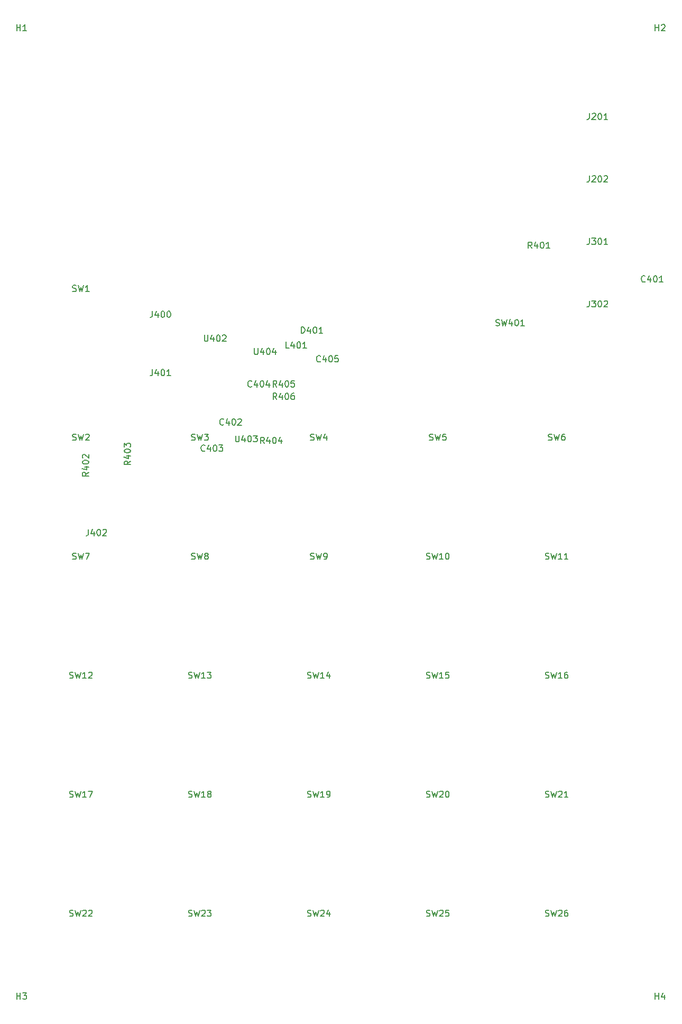
<source format=gto>
%TF.GenerationSoftware,KiCad,Pcbnew,9.0.7*%
%TF.CreationDate,2026-02-28T06:01:15-05:00*%
%TF.ProjectId,Macropad,4d616372-6f70-4616-942e-6b696361645f,rev?*%
%TF.SameCoordinates,Original*%
%TF.FileFunction,Legend,Top*%
%TF.FilePolarity,Positive*%
%FSLAX46Y46*%
G04 Gerber Fmt 4.6, Leading zero omitted, Abs format (unit mm)*
G04 Created by KiCad (PCBNEW 9.0.7) date 2026-02-28 06:01:15*
%MOMM*%
%LPD*%
G01*
G04 APERTURE LIST*
%ADD10C,0.150000*%
G04 APERTURE END LIST*
D10*
X8191667Y-1932200D02*
X8334524Y-1979819D01*
X8334524Y-1979819D02*
X8572619Y-1979819D01*
X8572619Y-1979819D02*
X8667857Y-1932200D01*
X8667857Y-1932200D02*
X8715476Y-1884580D01*
X8715476Y-1884580D02*
X8763095Y-1789342D01*
X8763095Y-1789342D02*
X8763095Y-1694104D01*
X8763095Y-1694104D02*
X8715476Y-1598866D01*
X8715476Y-1598866D02*
X8667857Y-1551247D01*
X8667857Y-1551247D02*
X8572619Y-1503628D01*
X8572619Y-1503628D02*
X8382143Y-1456009D01*
X8382143Y-1456009D02*
X8286905Y-1408390D01*
X8286905Y-1408390D02*
X8239286Y-1360771D01*
X8239286Y-1360771D02*
X8191667Y-1265533D01*
X8191667Y-1265533D02*
X8191667Y-1170295D01*
X8191667Y-1170295D02*
X8239286Y-1075057D01*
X8239286Y-1075057D02*
X8286905Y-1027438D01*
X8286905Y-1027438D02*
X8382143Y-979819D01*
X8382143Y-979819D02*
X8620238Y-979819D01*
X8620238Y-979819D02*
X8763095Y-1027438D01*
X9096429Y-979819D02*
X9334524Y-1979819D01*
X9334524Y-1979819D02*
X9525000Y-1265533D01*
X9525000Y-1265533D02*
X9715476Y-1979819D01*
X9715476Y-1979819D02*
X9953572Y-979819D01*
X10858333Y-1979819D02*
X10286905Y-1979819D01*
X10572619Y-1979819D02*
X10572619Y-979819D01*
X10572619Y-979819D02*
X10477381Y-1122676D01*
X10477381Y-1122676D02*
X10382143Y-1217914D01*
X10382143Y-1217914D02*
X10286905Y-1265533D01*
X8191667Y-25744200D02*
X8334524Y-25791819D01*
X8334524Y-25791819D02*
X8572619Y-25791819D01*
X8572619Y-25791819D02*
X8667857Y-25744200D01*
X8667857Y-25744200D02*
X8715476Y-25696580D01*
X8715476Y-25696580D02*
X8763095Y-25601342D01*
X8763095Y-25601342D02*
X8763095Y-25506104D01*
X8763095Y-25506104D02*
X8715476Y-25410866D01*
X8715476Y-25410866D02*
X8667857Y-25363247D01*
X8667857Y-25363247D02*
X8572619Y-25315628D01*
X8572619Y-25315628D02*
X8382143Y-25268009D01*
X8382143Y-25268009D02*
X8286905Y-25220390D01*
X8286905Y-25220390D02*
X8239286Y-25172771D01*
X8239286Y-25172771D02*
X8191667Y-25077533D01*
X8191667Y-25077533D02*
X8191667Y-24982295D01*
X8191667Y-24982295D02*
X8239286Y-24887057D01*
X8239286Y-24887057D02*
X8286905Y-24839438D01*
X8286905Y-24839438D02*
X8382143Y-24791819D01*
X8382143Y-24791819D02*
X8620238Y-24791819D01*
X8620238Y-24791819D02*
X8763095Y-24839438D01*
X9096429Y-24791819D02*
X9334524Y-25791819D01*
X9334524Y-25791819D02*
X9525000Y-25077533D01*
X9525000Y-25077533D02*
X9715476Y-25791819D01*
X9715476Y-25791819D02*
X9953572Y-24791819D01*
X10286905Y-24887057D02*
X10334524Y-24839438D01*
X10334524Y-24839438D02*
X10429762Y-24791819D01*
X10429762Y-24791819D02*
X10667857Y-24791819D01*
X10667857Y-24791819D02*
X10763095Y-24839438D01*
X10763095Y-24839438D02*
X10810714Y-24887057D01*
X10810714Y-24887057D02*
X10858333Y-24982295D01*
X10858333Y-24982295D02*
X10858333Y-25077533D01*
X10858333Y-25077533D02*
X10810714Y-25220390D01*
X10810714Y-25220390D02*
X10239286Y-25791819D01*
X10239286Y-25791819D02*
X10858333Y-25791819D01*
X27241667Y-25744200D02*
X27384524Y-25791819D01*
X27384524Y-25791819D02*
X27622619Y-25791819D01*
X27622619Y-25791819D02*
X27717857Y-25744200D01*
X27717857Y-25744200D02*
X27765476Y-25696580D01*
X27765476Y-25696580D02*
X27813095Y-25601342D01*
X27813095Y-25601342D02*
X27813095Y-25506104D01*
X27813095Y-25506104D02*
X27765476Y-25410866D01*
X27765476Y-25410866D02*
X27717857Y-25363247D01*
X27717857Y-25363247D02*
X27622619Y-25315628D01*
X27622619Y-25315628D02*
X27432143Y-25268009D01*
X27432143Y-25268009D02*
X27336905Y-25220390D01*
X27336905Y-25220390D02*
X27289286Y-25172771D01*
X27289286Y-25172771D02*
X27241667Y-25077533D01*
X27241667Y-25077533D02*
X27241667Y-24982295D01*
X27241667Y-24982295D02*
X27289286Y-24887057D01*
X27289286Y-24887057D02*
X27336905Y-24839438D01*
X27336905Y-24839438D02*
X27432143Y-24791819D01*
X27432143Y-24791819D02*
X27670238Y-24791819D01*
X27670238Y-24791819D02*
X27813095Y-24839438D01*
X28146429Y-24791819D02*
X28384524Y-25791819D01*
X28384524Y-25791819D02*
X28575000Y-25077533D01*
X28575000Y-25077533D02*
X28765476Y-25791819D01*
X28765476Y-25791819D02*
X29003572Y-24791819D01*
X29289286Y-24791819D02*
X29908333Y-24791819D01*
X29908333Y-24791819D02*
X29575000Y-25172771D01*
X29575000Y-25172771D02*
X29717857Y-25172771D01*
X29717857Y-25172771D02*
X29813095Y-25220390D01*
X29813095Y-25220390D02*
X29860714Y-25268009D01*
X29860714Y-25268009D02*
X29908333Y-25363247D01*
X29908333Y-25363247D02*
X29908333Y-25601342D01*
X29908333Y-25601342D02*
X29860714Y-25696580D01*
X29860714Y-25696580D02*
X29813095Y-25744200D01*
X29813095Y-25744200D02*
X29717857Y-25791819D01*
X29717857Y-25791819D02*
X29432143Y-25791819D01*
X29432143Y-25791819D02*
X29336905Y-25744200D01*
X29336905Y-25744200D02*
X29289286Y-25696580D01*
X46291667Y-25744200D02*
X46434524Y-25791819D01*
X46434524Y-25791819D02*
X46672619Y-25791819D01*
X46672619Y-25791819D02*
X46767857Y-25744200D01*
X46767857Y-25744200D02*
X46815476Y-25696580D01*
X46815476Y-25696580D02*
X46863095Y-25601342D01*
X46863095Y-25601342D02*
X46863095Y-25506104D01*
X46863095Y-25506104D02*
X46815476Y-25410866D01*
X46815476Y-25410866D02*
X46767857Y-25363247D01*
X46767857Y-25363247D02*
X46672619Y-25315628D01*
X46672619Y-25315628D02*
X46482143Y-25268009D01*
X46482143Y-25268009D02*
X46386905Y-25220390D01*
X46386905Y-25220390D02*
X46339286Y-25172771D01*
X46339286Y-25172771D02*
X46291667Y-25077533D01*
X46291667Y-25077533D02*
X46291667Y-24982295D01*
X46291667Y-24982295D02*
X46339286Y-24887057D01*
X46339286Y-24887057D02*
X46386905Y-24839438D01*
X46386905Y-24839438D02*
X46482143Y-24791819D01*
X46482143Y-24791819D02*
X46720238Y-24791819D01*
X46720238Y-24791819D02*
X46863095Y-24839438D01*
X47196429Y-24791819D02*
X47434524Y-25791819D01*
X47434524Y-25791819D02*
X47625000Y-25077533D01*
X47625000Y-25077533D02*
X47815476Y-25791819D01*
X47815476Y-25791819D02*
X48053572Y-24791819D01*
X48863095Y-25125152D02*
X48863095Y-25791819D01*
X48625000Y-24744200D02*
X48386905Y-25458485D01*
X48386905Y-25458485D02*
X49005952Y-25458485D01*
X65341667Y-25744200D02*
X65484524Y-25791819D01*
X65484524Y-25791819D02*
X65722619Y-25791819D01*
X65722619Y-25791819D02*
X65817857Y-25744200D01*
X65817857Y-25744200D02*
X65865476Y-25696580D01*
X65865476Y-25696580D02*
X65913095Y-25601342D01*
X65913095Y-25601342D02*
X65913095Y-25506104D01*
X65913095Y-25506104D02*
X65865476Y-25410866D01*
X65865476Y-25410866D02*
X65817857Y-25363247D01*
X65817857Y-25363247D02*
X65722619Y-25315628D01*
X65722619Y-25315628D02*
X65532143Y-25268009D01*
X65532143Y-25268009D02*
X65436905Y-25220390D01*
X65436905Y-25220390D02*
X65389286Y-25172771D01*
X65389286Y-25172771D02*
X65341667Y-25077533D01*
X65341667Y-25077533D02*
X65341667Y-24982295D01*
X65341667Y-24982295D02*
X65389286Y-24887057D01*
X65389286Y-24887057D02*
X65436905Y-24839438D01*
X65436905Y-24839438D02*
X65532143Y-24791819D01*
X65532143Y-24791819D02*
X65770238Y-24791819D01*
X65770238Y-24791819D02*
X65913095Y-24839438D01*
X66246429Y-24791819D02*
X66484524Y-25791819D01*
X66484524Y-25791819D02*
X66675000Y-25077533D01*
X66675000Y-25077533D02*
X66865476Y-25791819D01*
X66865476Y-25791819D02*
X67103572Y-24791819D01*
X67960714Y-24791819D02*
X67484524Y-24791819D01*
X67484524Y-24791819D02*
X67436905Y-25268009D01*
X67436905Y-25268009D02*
X67484524Y-25220390D01*
X67484524Y-25220390D02*
X67579762Y-25172771D01*
X67579762Y-25172771D02*
X67817857Y-25172771D01*
X67817857Y-25172771D02*
X67913095Y-25220390D01*
X67913095Y-25220390D02*
X67960714Y-25268009D01*
X67960714Y-25268009D02*
X68008333Y-25363247D01*
X68008333Y-25363247D02*
X68008333Y-25601342D01*
X68008333Y-25601342D02*
X67960714Y-25696580D01*
X67960714Y-25696580D02*
X67913095Y-25744200D01*
X67913095Y-25744200D02*
X67817857Y-25791819D01*
X67817857Y-25791819D02*
X67579762Y-25791819D01*
X67579762Y-25791819D02*
X67484524Y-25744200D01*
X67484524Y-25744200D02*
X67436905Y-25696580D01*
X84391667Y-25744200D02*
X84534524Y-25791819D01*
X84534524Y-25791819D02*
X84772619Y-25791819D01*
X84772619Y-25791819D02*
X84867857Y-25744200D01*
X84867857Y-25744200D02*
X84915476Y-25696580D01*
X84915476Y-25696580D02*
X84963095Y-25601342D01*
X84963095Y-25601342D02*
X84963095Y-25506104D01*
X84963095Y-25506104D02*
X84915476Y-25410866D01*
X84915476Y-25410866D02*
X84867857Y-25363247D01*
X84867857Y-25363247D02*
X84772619Y-25315628D01*
X84772619Y-25315628D02*
X84582143Y-25268009D01*
X84582143Y-25268009D02*
X84486905Y-25220390D01*
X84486905Y-25220390D02*
X84439286Y-25172771D01*
X84439286Y-25172771D02*
X84391667Y-25077533D01*
X84391667Y-25077533D02*
X84391667Y-24982295D01*
X84391667Y-24982295D02*
X84439286Y-24887057D01*
X84439286Y-24887057D02*
X84486905Y-24839438D01*
X84486905Y-24839438D02*
X84582143Y-24791819D01*
X84582143Y-24791819D02*
X84820238Y-24791819D01*
X84820238Y-24791819D02*
X84963095Y-24839438D01*
X85296429Y-24791819D02*
X85534524Y-25791819D01*
X85534524Y-25791819D02*
X85725000Y-25077533D01*
X85725000Y-25077533D02*
X85915476Y-25791819D01*
X85915476Y-25791819D02*
X86153572Y-24791819D01*
X86963095Y-24791819D02*
X86772619Y-24791819D01*
X86772619Y-24791819D02*
X86677381Y-24839438D01*
X86677381Y-24839438D02*
X86629762Y-24887057D01*
X86629762Y-24887057D02*
X86534524Y-25029914D01*
X86534524Y-25029914D02*
X86486905Y-25220390D01*
X86486905Y-25220390D02*
X86486905Y-25601342D01*
X86486905Y-25601342D02*
X86534524Y-25696580D01*
X86534524Y-25696580D02*
X86582143Y-25744200D01*
X86582143Y-25744200D02*
X86677381Y-25791819D01*
X86677381Y-25791819D02*
X86867857Y-25791819D01*
X86867857Y-25791819D02*
X86963095Y-25744200D01*
X86963095Y-25744200D02*
X87010714Y-25696580D01*
X87010714Y-25696580D02*
X87058333Y-25601342D01*
X87058333Y-25601342D02*
X87058333Y-25363247D01*
X87058333Y-25363247D02*
X87010714Y-25268009D01*
X87010714Y-25268009D02*
X86963095Y-25220390D01*
X86963095Y-25220390D02*
X86867857Y-25172771D01*
X86867857Y-25172771D02*
X86677381Y-25172771D01*
X86677381Y-25172771D02*
X86582143Y-25220390D01*
X86582143Y-25220390D02*
X86534524Y-25268009D01*
X86534524Y-25268009D02*
X86486905Y-25363247D01*
X8191667Y-44795200D02*
X8334524Y-44842819D01*
X8334524Y-44842819D02*
X8572619Y-44842819D01*
X8572619Y-44842819D02*
X8667857Y-44795200D01*
X8667857Y-44795200D02*
X8715476Y-44747580D01*
X8715476Y-44747580D02*
X8763095Y-44652342D01*
X8763095Y-44652342D02*
X8763095Y-44557104D01*
X8763095Y-44557104D02*
X8715476Y-44461866D01*
X8715476Y-44461866D02*
X8667857Y-44414247D01*
X8667857Y-44414247D02*
X8572619Y-44366628D01*
X8572619Y-44366628D02*
X8382143Y-44319009D01*
X8382143Y-44319009D02*
X8286905Y-44271390D01*
X8286905Y-44271390D02*
X8239286Y-44223771D01*
X8239286Y-44223771D02*
X8191667Y-44128533D01*
X8191667Y-44128533D02*
X8191667Y-44033295D01*
X8191667Y-44033295D02*
X8239286Y-43938057D01*
X8239286Y-43938057D02*
X8286905Y-43890438D01*
X8286905Y-43890438D02*
X8382143Y-43842819D01*
X8382143Y-43842819D02*
X8620238Y-43842819D01*
X8620238Y-43842819D02*
X8763095Y-43890438D01*
X9096429Y-43842819D02*
X9334524Y-44842819D01*
X9334524Y-44842819D02*
X9525000Y-44128533D01*
X9525000Y-44128533D02*
X9715476Y-44842819D01*
X9715476Y-44842819D02*
X9953572Y-43842819D01*
X10239286Y-43842819D02*
X10905952Y-43842819D01*
X10905952Y-43842819D02*
X10477381Y-44842819D01*
X27241667Y-44795200D02*
X27384524Y-44842819D01*
X27384524Y-44842819D02*
X27622619Y-44842819D01*
X27622619Y-44842819D02*
X27717857Y-44795200D01*
X27717857Y-44795200D02*
X27765476Y-44747580D01*
X27765476Y-44747580D02*
X27813095Y-44652342D01*
X27813095Y-44652342D02*
X27813095Y-44557104D01*
X27813095Y-44557104D02*
X27765476Y-44461866D01*
X27765476Y-44461866D02*
X27717857Y-44414247D01*
X27717857Y-44414247D02*
X27622619Y-44366628D01*
X27622619Y-44366628D02*
X27432143Y-44319009D01*
X27432143Y-44319009D02*
X27336905Y-44271390D01*
X27336905Y-44271390D02*
X27289286Y-44223771D01*
X27289286Y-44223771D02*
X27241667Y-44128533D01*
X27241667Y-44128533D02*
X27241667Y-44033295D01*
X27241667Y-44033295D02*
X27289286Y-43938057D01*
X27289286Y-43938057D02*
X27336905Y-43890438D01*
X27336905Y-43890438D02*
X27432143Y-43842819D01*
X27432143Y-43842819D02*
X27670238Y-43842819D01*
X27670238Y-43842819D02*
X27813095Y-43890438D01*
X28146429Y-43842819D02*
X28384524Y-44842819D01*
X28384524Y-44842819D02*
X28575000Y-44128533D01*
X28575000Y-44128533D02*
X28765476Y-44842819D01*
X28765476Y-44842819D02*
X29003572Y-43842819D01*
X29527381Y-44271390D02*
X29432143Y-44223771D01*
X29432143Y-44223771D02*
X29384524Y-44176152D01*
X29384524Y-44176152D02*
X29336905Y-44080914D01*
X29336905Y-44080914D02*
X29336905Y-44033295D01*
X29336905Y-44033295D02*
X29384524Y-43938057D01*
X29384524Y-43938057D02*
X29432143Y-43890438D01*
X29432143Y-43890438D02*
X29527381Y-43842819D01*
X29527381Y-43842819D02*
X29717857Y-43842819D01*
X29717857Y-43842819D02*
X29813095Y-43890438D01*
X29813095Y-43890438D02*
X29860714Y-43938057D01*
X29860714Y-43938057D02*
X29908333Y-44033295D01*
X29908333Y-44033295D02*
X29908333Y-44080914D01*
X29908333Y-44080914D02*
X29860714Y-44176152D01*
X29860714Y-44176152D02*
X29813095Y-44223771D01*
X29813095Y-44223771D02*
X29717857Y-44271390D01*
X29717857Y-44271390D02*
X29527381Y-44271390D01*
X29527381Y-44271390D02*
X29432143Y-44319009D01*
X29432143Y-44319009D02*
X29384524Y-44366628D01*
X29384524Y-44366628D02*
X29336905Y-44461866D01*
X29336905Y-44461866D02*
X29336905Y-44652342D01*
X29336905Y-44652342D02*
X29384524Y-44747580D01*
X29384524Y-44747580D02*
X29432143Y-44795200D01*
X29432143Y-44795200D02*
X29527381Y-44842819D01*
X29527381Y-44842819D02*
X29717857Y-44842819D01*
X29717857Y-44842819D02*
X29813095Y-44795200D01*
X29813095Y-44795200D02*
X29860714Y-44747580D01*
X29860714Y-44747580D02*
X29908333Y-44652342D01*
X29908333Y-44652342D02*
X29908333Y-44461866D01*
X29908333Y-44461866D02*
X29860714Y-44366628D01*
X29860714Y-44366628D02*
X29813095Y-44319009D01*
X29813095Y-44319009D02*
X29717857Y-44271390D01*
X46291667Y-44795200D02*
X46434524Y-44842819D01*
X46434524Y-44842819D02*
X46672619Y-44842819D01*
X46672619Y-44842819D02*
X46767857Y-44795200D01*
X46767857Y-44795200D02*
X46815476Y-44747580D01*
X46815476Y-44747580D02*
X46863095Y-44652342D01*
X46863095Y-44652342D02*
X46863095Y-44557104D01*
X46863095Y-44557104D02*
X46815476Y-44461866D01*
X46815476Y-44461866D02*
X46767857Y-44414247D01*
X46767857Y-44414247D02*
X46672619Y-44366628D01*
X46672619Y-44366628D02*
X46482143Y-44319009D01*
X46482143Y-44319009D02*
X46386905Y-44271390D01*
X46386905Y-44271390D02*
X46339286Y-44223771D01*
X46339286Y-44223771D02*
X46291667Y-44128533D01*
X46291667Y-44128533D02*
X46291667Y-44033295D01*
X46291667Y-44033295D02*
X46339286Y-43938057D01*
X46339286Y-43938057D02*
X46386905Y-43890438D01*
X46386905Y-43890438D02*
X46482143Y-43842819D01*
X46482143Y-43842819D02*
X46720238Y-43842819D01*
X46720238Y-43842819D02*
X46863095Y-43890438D01*
X47196429Y-43842819D02*
X47434524Y-44842819D01*
X47434524Y-44842819D02*
X47625000Y-44128533D01*
X47625000Y-44128533D02*
X47815476Y-44842819D01*
X47815476Y-44842819D02*
X48053572Y-43842819D01*
X48482143Y-44842819D02*
X48672619Y-44842819D01*
X48672619Y-44842819D02*
X48767857Y-44795200D01*
X48767857Y-44795200D02*
X48815476Y-44747580D01*
X48815476Y-44747580D02*
X48910714Y-44604723D01*
X48910714Y-44604723D02*
X48958333Y-44414247D01*
X48958333Y-44414247D02*
X48958333Y-44033295D01*
X48958333Y-44033295D02*
X48910714Y-43938057D01*
X48910714Y-43938057D02*
X48863095Y-43890438D01*
X48863095Y-43890438D02*
X48767857Y-43842819D01*
X48767857Y-43842819D02*
X48577381Y-43842819D01*
X48577381Y-43842819D02*
X48482143Y-43890438D01*
X48482143Y-43890438D02*
X48434524Y-43938057D01*
X48434524Y-43938057D02*
X48386905Y-44033295D01*
X48386905Y-44033295D02*
X48386905Y-44271390D01*
X48386905Y-44271390D02*
X48434524Y-44366628D01*
X48434524Y-44366628D02*
X48482143Y-44414247D01*
X48482143Y-44414247D02*
X48577381Y-44461866D01*
X48577381Y-44461866D02*
X48767857Y-44461866D01*
X48767857Y-44461866D02*
X48863095Y-44414247D01*
X48863095Y-44414247D02*
X48910714Y-44366628D01*
X48910714Y-44366628D02*
X48958333Y-44271390D01*
X64865476Y-44795200D02*
X65008333Y-44842819D01*
X65008333Y-44842819D02*
X65246428Y-44842819D01*
X65246428Y-44842819D02*
X65341666Y-44795200D01*
X65341666Y-44795200D02*
X65389285Y-44747580D01*
X65389285Y-44747580D02*
X65436904Y-44652342D01*
X65436904Y-44652342D02*
X65436904Y-44557104D01*
X65436904Y-44557104D02*
X65389285Y-44461866D01*
X65389285Y-44461866D02*
X65341666Y-44414247D01*
X65341666Y-44414247D02*
X65246428Y-44366628D01*
X65246428Y-44366628D02*
X65055952Y-44319009D01*
X65055952Y-44319009D02*
X64960714Y-44271390D01*
X64960714Y-44271390D02*
X64913095Y-44223771D01*
X64913095Y-44223771D02*
X64865476Y-44128533D01*
X64865476Y-44128533D02*
X64865476Y-44033295D01*
X64865476Y-44033295D02*
X64913095Y-43938057D01*
X64913095Y-43938057D02*
X64960714Y-43890438D01*
X64960714Y-43890438D02*
X65055952Y-43842819D01*
X65055952Y-43842819D02*
X65294047Y-43842819D01*
X65294047Y-43842819D02*
X65436904Y-43890438D01*
X65770238Y-43842819D02*
X66008333Y-44842819D01*
X66008333Y-44842819D02*
X66198809Y-44128533D01*
X66198809Y-44128533D02*
X66389285Y-44842819D01*
X66389285Y-44842819D02*
X66627381Y-43842819D01*
X67532142Y-44842819D02*
X66960714Y-44842819D01*
X67246428Y-44842819D02*
X67246428Y-43842819D01*
X67246428Y-43842819D02*
X67151190Y-43985676D01*
X67151190Y-43985676D02*
X67055952Y-44080914D01*
X67055952Y-44080914D02*
X66960714Y-44128533D01*
X68151190Y-43842819D02*
X68246428Y-43842819D01*
X68246428Y-43842819D02*
X68341666Y-43890438D01*
X68341666Y-43890438D02*
X68389285Y-43938057D01*
X68389285Y-43938057D02*
X68436904Y-44033295D01*
X68436904Y-44033295D02*
X68484523Y-44223771D01*
X68484523Y-44223771D02*
X68484523Y-44461866D01*
X68484523Y-44461866D02*
X68436904Y-44652342D01*
X68436904Y-44652342D02*
X68389285Y-44747580D01*
X68389285Y-44747580D02*
X68341666Y-44795200D01*
X68341666Y-44795200D02*
X68246428Y-44842819D01*
X68246428Y-44842819D02*
X68151190Y-44842819D01*
X68151190Y-44842819D02*
X68055952Y-44795200D01*
X68055952Y-44795200D02*
X68008333Y-44747580D01*
X68008333Y-44747580D02*
X67960714Y-44652342D01*
X67960714Y-44652342D02*
X67913095Y-44461866D01*
X67913095Y-44461866D02*
X67913095Y-44223771D01*
X67913095Y-44223771D02*
X67960714Y-44033295D01*
X67960714Y-44033295D02*
X68008333Y-43938057D01*
X68008333Y-43938057D02*
X68055952Y-43890438D01*
X68055952Y-43890438D02*
X68151190Y-43842819D01*
X83915476Y-44795200D02*
X84058333Y-44842819D01*
X84058333Y-44842819D02*
X84296428Y-44842819D01*
X84296428Y-44842819D02*
X84391666Y-44795200D01*
X84391666Y-44795200D02*
X84439285Y-44747580D01*
X84439285Y-44747580D02*
X84486904Y-44652342D01*
X84486904Y-44652342D02*
X84486904Y-44557104D01*
X84486904Y-44557104D02*
X84439285Y-44461866D01*
X84439285Y-44461866D02*
X84391666Y-44414247D01*
X84391666Y-44414247D02*
X84296428Y-44366628D01*
X84296428Y-44366628D02*
X84105952Y-44319009D01*
X84105952Y-44319009D02*
X84010714Y-44271390D01*
X84010714Y-44271390D02*
X83963095Y-44223771D01*
X83963095Y-44223771D02*
X83915476Y-44128533D01*
X83915476Y-44128533D02*
X83915476Y-44033295D01*
X83915476Y-44033295D02*
X83963095Y-43938057D01*
X83963095Y-43938057D02*
X84010714Y-43890438D01*
X84010714Y-43890438D02*
X84105952Y-43842819D01*
X84105952Y-43842819D02*
X84344047Y-43842819D01*
X84344047Y-43842819D02*
X84486904Y-43890438D01*
X84820238Y-43842819D02*
X85058333Y-44842819D01*
X85058333Y-44842819D02*
X85248809Y-44128533D01*
X85248809Y-44128533D02*
X85439285Y-44842819D01*
X85439285Y-44842819D02*
X85677381Y-43842819D01*
X86582142Y-44842819D02*
X86010714Y-44842819D01*
X86296428Y-44842819D02*
X86296428Y-43842819D01*
X86296428Y-43842819D02*
X86201190Y-43985676D01*
X86201190Y-43985676D02*
X86105952Y-44080914D01*
X86105952Y-44080914D02*
X86010714Y-44128533D01*
X87534523Y-44842819D02*
X86963095Y-44842819D01*
X87248809Y-44842819D02*
X87248809Y-43842819D01*
X87248809Y-43842819D02*
X87153571Y-43985676D01*
X87153571Y-43985676D02*
X87058333Y-44080914D01*
X87058333Y-44080914D02*
X86963095Y-44128533D01*
X7715476Y-63845200D02*
X7858333Y-63892819D01*
X7858333Y-63892819D02*
X8096428Y-63892819D01*
X8096428Y-63892819D02*
X8191666Y-63845200D01*
X8191666Y-63845200D02*
X8239285Y-63797580D01*
X8239285Y-63797580D02*
X8286904Y-63702342D01*
X8286904Y-63702342D02*
X8286904Y-63607104D01*
X8286904Y-63607104D02*
X8239285Y-63511866D01*
X8239285Y-63511866D02*
X8191666Y-63464247D01*
X8191666Y-63464247D02*
X8096428Y-63416628D01*
X8096428Y-63416628D02*
X7905952Y-63369009D01*
X7905952Y-63369009D02*
X7810714Y-63321390D01*
X7810714Y-63321390D02*
X7763095Y-63273771D01*
X7763095Y-63273771D02*
X7715476Y-63178533D01*
X7715476Y-63178533D02*
X7715476Y-63083295D01*
X7715476Y-63083295D02*
X7763095Y-62988057D01*
X7763095Y-62988057D02*
X7810714Y-62940438D01*
X7810714Y-62940438D02*
X7905952Y-62892819D01*
X7905952Y-62892819D02*
X8144047Y-62892819D01*
X8144047Y-62892819D02*
X8286904Y-62940438D01*
X8620238Y-62892819D02*
X8858333Y-63892819D01*
X8858333Y-63892819D02*
X9048809Y-63178533D01*
X9048809Y-63178533D02*
X9239285Y-63892819D01*
X9239285Y-63892819D02*
X9477381Y-62892819D01*
X10382142Y-63892819D02*
X9810714Y-63892819D01*
X10096428Y-63892819D02*
X10096428Y-62892819D01*
X10096428Y-62892819D02*
X10001190Y-63035676D01*
X10001190Y-63035676D02*
X9905952Y-63130914D01*
X9905952Y-63130914D02*
X9810714Y-63178533D01*
X10763095Y-62988057D02*
X10810714Y-62940438D01*
X10810714Y-62940438D02*
X10905952Y-62892819D01*
X10905952Y-62892819D02*
X11144047Y-62892819D01*
X11144047Y-62892819D02*
X11239285Y-62940438D01*
X11239285Y-62940438D02*
X11286904Y-62988057D01*
X11286904Y-62988057D02*
X11334523Y-63083295D01*
X11334523Y-63083295D02*
X11334523Y-63178533D01*
X11334523Y-63178533D02*
X11286904Y-63321390D01*
X11286904Y-63321390D02*
X10715476Y-63892819D01*
X10715476Y-63892819D02*
X11334523Y-63892819D01*
X26765476Y-63845200D02*
X26908333Y-63892819D01*
X26908333Y-63892819D02*
X27146428Y-63892819D01*
X27146428Y-63892819D02*
X27241666Y-63845200D01*
X27241666Y-63845200D02*
X27289285Y-63797580D01*
X27289285Y-63797580D02*
X27336904Y-63702342D01*
X27336904Y-63702342D02*
X27336904Y-63607104D01*
X27336904Y-63607104D02*
X27289285Y-63511866D01*
X27289285Y-63511866D02*
X27241666Y-63464247D01*
X27241666Y-63464247D02*
X27146428Y-63416628D01*
X27146428Y-63416628D02*
X26955952Y-63369009D01*
X26955952Y-63369009D02*
X26860714Y-63321390D01*
X26860714Y-63321390D02*
X26813095Y-63273771D01*
X26813095Y-63273771D02*
X26765476Y-63178533D01*
X26765476Y-63178533D02*
X26765476Y-63083295D01*
X26765476Y-63083295D02*
X26813095Y-62988057D01*
X26813095Y-62988057D02*
X26860714Y-62940438D01*
X26860714Y-62940438D02*
X26955952Y-62892819D01*
X26955952Y-62892819D02*
X27194047Y-62892819D01*
X27194047Y-62892819D02*
X27336904Y-62940438D01*
X27670238Y-62892819D02*
X27908333Y-63892819D01*
X27908333Y-63892819D02*
X28098809Y-63178533D01*
X28098809Y-63178533D02*
X28289285Y-63892819D01*
X28289285Y-63892819D02*
X28527381Y-62892819D01*
X29432142Y-63892819D02*
X28860714Y-63892819D01*
X29146428Y-63892819D02*
X29146428Y-62892819D01*
X29146428Y-62892819D02*
X29051190Y-63035676D01*
X29051190Y-63035676D02*
X28955952Y-63130914D01*
X28955952Y-63130914D02*
X28860714Y-63178533D01*
X29765476Y-62892819D02*
X30384523Y-62892819D01*
X30384523Y-62892819D02*
X30051190Y-63273771D01*
X30051190Y-63273771D02*
X30194047Y-63273771D01*
X30194047Y-63273771D02*
X30289285Y-63321390D01*
X30289285Y-63321390D02*
X30336904Y-63369009D01*
X30336904Y-63369009D02*
X30384523Y-63464247D01*
X30384523Y-63464247D02*
X30384523Y-63702342D01*
X30384523Y-63702342D02*
X30336904Y-63797580D01*
X30336904Y-63797580D02*
X30289285Y-63845200D01*
X30289285Y-63845200D02*
X30194047Y-63892819D01*
X30194047Y-63892819D02*
X29908333Y-63892819D01*
X29908333Y-63892819D02*
X29813095Y-63845200D01*
X29813095Y-63845200D02*
X29765476Y-63797580D01*
X45815476Y-63845200D02*
X45958333Y-63892819D01*
X45958333Y-63892819D02*
X46196428Y-63892819D01*
X46196428Y-63892819D02*
X46291666Y-63845200D01*
X46291666Y-63845200D02*
X46339285Y-63797580D01*
X46339285Y-63797580D02*
X46386904Y-63702342D01*
X46386904Y-63702342D02*
X46386904Y-63607104D01*
X46386904Y-63607104D02*
X46339285Y-63511866D01*
X46339285Y-63511866D02*
X46291666Y-63464247D01*
X46291666Y-63464247D02*
X46196428Y-63416628D01*
X46196428Y-63416628D02*
X46005952Y-63369009D01*
X46005952Y-63369009D02*
X45910714Y-63321390D01*
X45910714Y-63321390D02*
X45863095Y-63273771D01*
X45863095Y-63273771D02*
X45815476Y-63178533D01*
X45815476Y-63178533D02*
X45815476Y-63083295D01*
X45815476Y-63083295D02*
X45863095Y-62988057D01*
X45863095Y-62988057D02*
X45910714Y-62940438D01*
X45910714Y-62940438D02*
X46005952Y-62892819D01*
X46005952Y-62892819D02*
X46244047Y-62892819D01*
X46244047Y-62892819D02*
X46386904Y-62940438D01*
X46720238Y-62892819D02*
X46958333Y-63892819D01*
X46958333Y-63892819D02*
X47148809Y-63178533D01*
X47148809Y-63178533D02*
X47339285Y-63892819D01*
X47339285Y-63892819D02*
X47577381Y-62892819D01*
X48482142Y-63892819D02*
X47910714Y-63892819D01*
X48196428Y-63892819D02*
X48196428Y-62892819D01*
X48196428Y-62892819D02*
X48101190Y-63035676D01*
X48101190Y-63035676D02*
X48005952Y-63130914D01*
X48005952Y-63130914D02*
X47910714Y-63178533D01*
X49339285Y-63226152D02*
X49339285Y-63892819D01*
X49101190Y-62845200D02*
X48863095Y-63559485D01*
X48863095Y-63559485D02*
X49482142Y-63559485D01*
X64865476Y-63845200D02*
X65008333Y-63892819D01*
X65008333Y-63892819D02*
X65246428Y-63892819D01*
X65246428Y-63892819D02*
X65341666Y-63845200D01*
X65341666Y-63845200D02*
X65389285Y-63797580D01*
X65389285Y-63797580D02*
X65436904Y-63702342D01*
X65436904Y-63702342D02*
X65436904Y-63607104D01*
X65436904Y-63607104D02*
X65389285Y-63511866D01*
X65389285Y-63511866D02*
X65341666Y-63464247D01*
X65341666Y-63464247D02*
X65246428Y-63416628D01*
X65246428Y-63416628D02*
X65055952Y-63369009D01*
X65055952Y-63369009D02*
X64960714Y-63321390D01*
X64960714Y-63321390D02*
X64913095Y-63273771D01*
X64913095Y-63273771D02*
X64865476Y-63178533D01*
X64865476Y-63178533D02*
X64865476Y-63083295D01*
X64865476Y-63083295D02*
X64913095Y-62988057D01*
X64913095Y-62988057D02*
X64960714Y-62940438D01*
X64960714Y-62940438D02*
X65055952Y-62892819D01*
X65055952Y-62892819D02*
X65294047Y-62892819D01*
X65294047Y-62892819D02*
X65436904Y-62940438D01*
X65770238Y-62892819D02*
X66008333Y-63892819D01*
X66008333Y-63892819D02*
X66198809Y-63178533D01*
X66198809Y-63178533D02*
X66389285Y-63892819D01*
X66389285Y-63892819D02*
X66627381Y-62892819D01*
X67532142Y-63892819D02*
X66960714Y-63892819D01*
X67246428Y-63892819D02*
X67246428Y-62892819D01*
X67246428Y-62892819D02*
X67151190Y-63035676D01*
X67151190Y-63035676D02*
X67055952Y-63130914D01*
X67055952Y-63130914D02*
X66960714Y-63178533D01*
X68436904Y-62892819D02*
X67960714Y-62892819D01*
X67960714Y-62892819D02*
X67913095Y-63369009D01*
X67913095Y-63369009D02*
X67960714Y-63321390D01*
X67960714Y-63321390D02*
X68055952Y-63273771D01*
X68055952Y-63273771D02*
X68294047Y-63273771D01*
X68294047Y-63273771D02*
X68389285Y-63321390D01*
X68389285Y-63321390D02*
X68436904Y-63369009D01*
X68436904Y-63369009D02*
X68484523Y-63464247D01*
X68484523Y-63464247D02*
X68484523Y-63702342D01*
X68484523Y-63702342D02*
X68436904Y-63797580D01*
X68436904Y-63797580D02*
X68389285Y-63845200D01*
X68389285Y-63845200D02*
X68294047Y-63892819D01*
X68294047Y-63892819D02*
X68055952Y-63892819D01*
X68055952Y-63892819D02*
X67960714Y-63845200D01*
X67960714Y-63845200D02*
X67913095Y-63797580D01*
X83915476Y-63845200D02*
X84058333Y-63892819D01*
X84058333Y-63892819D02*
X84296428Y-63892819D01*
X84296428Y-63892819D02*
X84391666Y-63845200D01*
X84391666Y-63845200D02*
X84439285Y-63797580D01*
X84439285Y-63797580D02*
X84486904Y-63702342D01*
X84486904Y-63702342D02*
X84486904Y-63607104D01*
X84486904Y-63607104D02*
X84439285Y-63511866D01*
X84439285Y-63511866D02*
X84391666Y-63464247D01*
X84391666Y-63464247D02*
X84296428Y-63416628D01*
X84296428Y-63416628D02*
X84105952Y-63369009D01*
X84105952Y-63369009D02*
X84010714Y-63321390D01*
X84010714Y-63321390D02*
X83963095Y-63273771D01*
X83963095Y-63273771D02*
X83915476Y-63178533D01*
X83915476Y-63178533D02*
X83915476Y-63083295D01*
X83915476Y-63083295D02*
X83963095Y-62988057D01*
X83963095Y-62988057D02*
X84010714Y-62940438D01*
X84010714Y-62940438D02*
X84105952Y-62892819D01*
X84105952Y-62892819D02*
X84344047Y-62892819D01*
X84344047Y-62892819D02*
X84486904Y-62940438D01*
X84820238Y-62892819D02*
X85058333Y-63892819D01*
X85058333Y-63892819D02*
X85248809Y-63178533D01*
X85248809Y-63178533D02*
X85439285Y-63892819D01*
X85439285Y-63892819D02*
X85677381Y-62892819D01*
X86582142Y-63892819D02*
X86010714Y-63892819D01*
X86296428Y-63892819D02*
X86296428Y-62892819D01*
X86296428Y-62892819D02*
X86201190Y-63035676D01*
X86201190Y-63035676D02*
X86105952Y-63130914D01*
X86105952Y-63130914D02*
X86010714Y-63178533D01*
X87439285Y-62892819D02*
X87248809Y-62892819D01*
X87248809Y-62892819D02*
X87153571Y-62940438D01*
X87153571Y-62940438D02*
X87105952Y-62988057D01*
X87105952Y-62988057D02*
X87010714Y-63130914D01*
X87010714Y-63130914D02*
X86963095Y-63321390D01*
X86963095Y-63321390D02*
X86963095Y-63702342D01*
X86963095Y-63702342D02*
X87010714Y-63797580D01*
X87010714Y-63797580D02*
X87058333Y-63845200D01*
X87058333Y-63845200D02*
X87153571Y-63892819D01*
X87153571Y-63892819D02*
X87344047Y-63892819D01*
X87344047Y-63892819D02*
X87439285Y-63845200D01*
X87439285Y-63845200D02*
X87486904Y-63797580D01*
X87486904Y-63797580D02*
X87534523Y-63702342D01*
X87534523Y-63702342D02*
X87534523Y-63464247D01*
X87534523Y-63464247D02*
X87486904Y-63369009D01*
X87486904Y-63369009D02*
X87439285Y-63321390D01*
X87439285Y-63321390D02*
X87344047Y-63273771D01*
X87344047Y-63273771D02*
X87153571Y-63273771D01*
X87153571Y-63273771D02*
X87058333Y-63321390D01*
X87058333Y-63321390D02*
X87010714Y-63369009D01*
X87010714Y-63369009D02*
X86963095Y-63464247D01*
X7715476Y-82894200D02*
X7858333Y-82941819D01*
X7858333Y-82941819D02*
X8096428Y-82941819D01*
X8096428Y-82941819D02*
X8191666Y-82894200D01*
X8191666Y-82894200D02*
X8239285Y-82846580D01*
X8239285Y-82846580D02*
X8286904Y-82751342D01*
X8286904Y-82751342D02*
X8286904Y-82656104D01*
X8286904Y-82656104D02*
X8239285Y-82560866D01*
X8239285Y-82560866D02*
X8191666Y-82513247D01*
X8191666Y-82513247D02*
X8096428Y-82465628D01*
X8096428Y-82465628D02*
X7905952Y-82418009D01*
X7905952Y-82418009D02*
X7810714Y-82370390D01*
X7810714Y-82370390D02*
X7763095Y-82322771D01*
X7763095Y-82322771D02*
X7715476Y-82227533D01*
X7715476Y-82227533D02*
X7715476Y-82132295D01*
X7715476Y-82132295D02*
X7763095Y-82037057D01*
X7763095Y-82037057D02*
X7810714Y-81989438D01*
X7810714Y-81989438D02*
X7905952Y-81941819D01*
X7905952Y-81941819D02*
X8144047Y-81941819D01*
X8144047Y-81941819D02*
X8286904Y-81989438D01*
X8620238Y-81941819D02*
X8858333Y-82941819D01*
X8858333Y-82941819D02*
X9048809Y-82227533D01*
X9048809Y-82227533D02*
X9239285Y-82941819D01*
X9239285Y-82941819D02*
X9477381Y-81941819D01*
X10382142Y-82941819D02*
X9810714Y-82941819D01*
X10096428Y-82941819D02*
X10096428Y-81941819D01*
X10096428Y-81941819D02*
X10001190Y-82084676D01*
X10001190Y-82084676D02*
X9905952Y-82179914D01*
X9905952Y-82179914D02*
X9810714Y-82227533D01*
X10715476Y-81941819D02*
X11382142Y-81941819D01*
X11382142Y-81941819D02*
X10953571Y-82941819D01*
X26765476Y-82894200D02*
X26908333Y-82941819D01*
X26908333Y-82941819D02*
X27146428Y-82941819D01*
X27146428Y-82941819D02*
X27241666Y-82894200D01*
X27241666Y-82894200D02*
X27289285Y-82846580D01*
X27289285Y-82846580D02*
X27336904Y-82751342D01*
X27336904Y-82751342D02*
X27336904Y-82656104D01*
X27336904Y-82656104D02*
X27289285Y-82560866D01*
X27289285Y-82560866D02*
X27241666Y-82513247D01*
X27241666Y-82513247D02*
X27146428Y-82465628D01*
X27146428Y-82465628D02*
X26955952Y-82418009D01*
X26955952Y-82418009D02*
X26860714Y-82370390D01*
X26860714Y-82370390D02*
X26813095Y-82322771D01*
X26813095Y-82322771D02*
X26765476Y-82227533D01*
X26765476Y-82227533D02*
X26765476Y-82132295D01*
X26765476Y-82132295D02*
X26813095Y-82037057D01*
X26813095Y-82037057D02*
X26860714Y-81989438D01*
X26860714Y-81989438D02*
X26955952Y-81941819D01*
X26955952Y-81941819D02*
X27194047Y-81941819D01*
X27194047Y-81941819D02*
X27336904Y-81989438D01*
X27670238Y-81941819D02*
X27908333Y-82941819D01*
X27908333Y-82941819D02*
X28098809Y-82227533D01*
X28098809Y-82227533D02*
X28289285Y-82941819D01*
X28289285Y-82941819D02*
X28527381Y-81941819D01*
X29432142Y-82941819D02*
X28860714Y-82941819D01*
X29146428Y-82941819D02*
X29146428Y-81941819D01*
X29146428Y-81941819D02*
X29051190Y-82084676D01*
X29051190Y-82084676D02*
X28955952Y-82179914D01*
X28955952Y-82179914D02*
X28860714Y-82227533D01*
X30003571Y-82370390D02*
X29908333Y-82322771D01*
X29908333Y-82322771D02*
X29860714Y-82275152D01*
X29860714Y-82275152D02*
X29813095Y-82179914D01*
X29813095Y-82179914D02*
X29813095Y-82132295D01*
X29813095Y-82132295D02*
X29860714Y-82037057D01*
X29860714Y-82037057D02*
X29908333Y-81989438D01*
X29908333Y-81989438D02*
X30003571Y-81941819D01*
X30003571Y-81941819D02*
X30194047Y-81941819D01*
X30194047Y-81941819D02*
X30289285Y-81989438D01*
X30289285Y-81989438D02*
X30336904Y-82037057D01*
X30336904Y-82037057D02*
X30384523Y-82132295D01*
X30384523Y-82132295D02*
X30384523Y-82179914D01*
X30384523Y-82179914D02*
X30336904Y-82275152D01*
X30336904Y-82275152D02*
X30289285Y-82322771D01*
X30289285Y-82322771D02*
X30194047Y-82370390D01*
X30194047Y-82370390D02*
X30003571Y-82370390D01*
X30003571Y-82370390D02*
X29908333Y-82418009D01*
X29908333Y-82418009D02*
X29860714Y-82465628D01*
X29860714Y-82465628D02*
X29813095Y-82560866D01*
X29813095Y-82560866D02*
X29813095Y-82751342D01*
X29813095Y-82751342D02*
X29860714Y-82846580D01*
X29860714Y-82846580D02*
X29908333Y-82894200D01*
X29908333Y-82894200D02*
X30003571Y-82941819D01*
X30003571Y-82941819D02*
X30194047Y-82941819D01*
X30194047Y-82941819D02*
X30289285Y-82894200D01*
X30289285Y-82894200D02*
X30336904Y-82846580D01*
X30336904Y-82846580D02*
X30384523Y-82751342D01*
X30384523Y-82751342D02*
X30384523Y-82560866D01*
X30384523Y-82560866D02*
X30336904Y-82465628D01*
X30336904Y-82465628D02*
X30289285Y-82418009D01*
X30289285Y-82418009D02*
X30194047Y-82370390D01*
X45815476Y-82894200D02*
X45958333Y-82941819D01*
X45958333Y-82941819D02*
X46196428Y-82941819D01*
X46196428Y-82941819D02*
X46291666Y-82894200D01*
X46291666Y-82894200D02*
X46339285Y-82846580D01*
X46339285Y-82846580D02*
X46386904Y-82751342D01*
X46386904Y-82751342D02*
X46386904Y-82656104D01*
X46386904Y-82656104D02*
X46339285Y-82560866D01*
X46339285Y-82560866D02*
X46291666Y-82513247D01*
X46291666Y-82513247D02*
X46196428Y-82465628D01*
X46196428Y-82465628D02*
X46005952Y-82418009D01*
X46005952Y-82418009D02*
X45910714Y-82370390D01*
X45910714Y-82370390D02*
X45863095Y-82322771D01*
X45863095Y-82322771D02*
X45815476Y-82227533D01*
X45815476Y-82227533D02*
X45815476Y-82132295D01*
X45815476Y-82132295D02*
X45863095Y-82037057D01*
X45863095Y-82037057D02*
X45910714Y-81989438D01*
X45910714Y-81989438D02*
X46005952Y-81941819D01*
X46005952Y-81941819D02*
X46244047Y-81941819D01*
X46244047Y-81941819D02*
X46386904Y-81989438D01*
X46720238Y-81941819D02*
X46958333Y-82941819D01*
X46958333Y-82941819D02*
X47148809Y-82227533D01*
X47148809Y-82227533D02*
X47339285Y-82941819D01*
X47339285Y-82941819D02*
X47577381Y-81941819D01*
X48482142Y-82941819D02*
X47910714Y-82941819D01*
X48196428Y-82941819D02*
X48196428Y-81941819D01*
X48196428Y-81941819D02*
X48101190Y-82084676D01*
X48101190Y-82084676D02*
X48005952Y-82179914D01*
X48005952Y-82179914D02*
X47910714Y-82227533D01*
X48958333Y-82941819D02*
X49148809Y-82941819D01*
X49148809Y-82941819D02*
X49244047Y-82894200D01*
X49244047Y-82894200D02*
X49291666Y-82846580D01*
X49291666Y-82846580D02*
X49386904Y-82703723D01*
X49386904Y-82703723D02*
X49434523Y-82513247D01*
X49434523Y-82513247D02*
X49434523Y-82132295D01*
X49434523Y-82132295D02*
X49386904Y-82037057D01*
X49386904Y-82037057D02*
X49339285Y-81989438D01*
X49339285Y-81989438D02*
X49244047Y-81941819D01*
X49244047Y-81941819D02*
X49053571Y-81941819D01*
X49053571Y-81941819D02*
X48958333Y-81989438D01*
X48958333Y-81989438D02*
X48910714Y-82037057D01*
X48910714Y-82037057D02*
X48863095Y-82132295D01*
X48863095Y-82132295D02*
X48863095Y-82370390D01*
X48863095Y-82370390D02*
X48910714Y-82465628D01*
X48910714Y-82465628D02*
X48958333Y-82513247D01*
X48958333Y-82513247D02*
X49053571Y-82560866D01*
X49053571Y-82560866D02*
X49244047Y-82560866D01*
X49244047Y-82560866D02*
X49339285Y-82513247D01*
X49339285Y-82513247D02*
X49386904Y-82465628D01*
X49386904Y-82465628D02*
X49434523Y-82370390D01*
X64865476Y-82894200D02*
X65008333Y-82941819D01*
X65008333Y-82941819D02*
X65246428Y-82941819D01*
X65246428Y-82941819D02*
X65341666Y-82894200D01*
X65341666Y-82894200D02*
X65389285Y-82846580D01*
X65389285Y-82846580D02*
X65436904Y-82751342D01*
X65436904Y-82751342D02*
X65436904Y-82656104D01*
X65436904Y-82656104D02*
X65389285Y-82560866D01*
X65389285Y-82560866D02*
X65341666Y-82513247D01*
X65341666Y-82513247D02*
X65246428Y-82465628D01*
X65246428Y-82465628D02*
X65055952Y-82418009D01*
X65055952Y-82418009D02*
X64960714Y-82370390D01*
X64960714Y-82370390D02*
X64913095Y-82322771D01*
X64913095Y-82322771D02*
X64865476Y-82227533D01*
X64865476Y-82227533D02*
X64865476Y-82132295D01*
X64865476Y-82132295D02*
X64913095Y-82037057D01*
X64913095Y-82037057D02*
X64960714Y-81989438D01*
X64960714Y-81989438D02*
X65055952Y-81941819D01*
X65055952Y-81941819D02*
X65294047Y-81941819D01*
X65294047Y-81941819D02*
X65436904Y-81989438D01*
X65770238Y-81941819D02*
X66008333Y-82941819D01*
X66008333Y-82941819D02*
X66198809Y-82227533D01*
X66198809Y-82227533D02*
X66389285Y-82941819D01*
X66389285Y-82941819D02*
X66627381Y-81941819D01*
X66960714Y-82037057D02*
X67008333Y-81989438D01*
X67008333Y-81989438D02*
X67103571Y-81941819D01*
X67103571Y-81941819D02*
X67341666Y-81941819D01*
X67341666Y-81941819D02*
X67436904Y-81989438D01*
X67436904Y-81989438D02*
X67484523Y-82037057D01*
X67484523Y-82037057D02*
X67532142Y-82132295D01*
X67532142Y-82132295D02*
X67532142Y-82227533D01*
X67532142Y-82227533D02*
X67484523Y-82370390D01*
X67484523Y-82370390D02*
X66913095Y-82941819D01*
X66913095Y-82941819D02*
X67532142Y-82941819D01*
X68151190Y-81941819D02*
X68246428Y-81941819D01*
X68246428Y-81941819D02*
X68341666Y-81989438D01*
X68341666Y-81989438D02*
X68389285Y-82037057D01*
X68389285Y-82037057D02*
X68436904Y-82132295D01*
X68436904Y-82132295D02*
X68484523Y-82322771D01*
X68484523Y-82322771D02*
X68484523Y-82560866D01*
X68484523Y-82560866D02*
X68436904Y-82751342D01*
X68436904Y-82751342D02*
X68389285Y-82846580D01*
X68389285Y-82846580D02*
X68341666Y-82894200D01*
X68341666Y-82894200D02*
X68246428Y-82941819D01*
X68246428Y-82941819D02*
X68151190Y-82941819D01*
X68151190Y-82941819D02*
X68055952Y-82894200D01*
X68055952Y-82894200D02*
X68008333Y-82846580D01*
X68008333Y-82846580D02*
X67960714Y-82751342D01*
X67960714Y-82751342D02*
X67913095Y-82560866D01*
X67913095Y-82560866D02*
X67913095Y-82322771D01*
X67913095Y-82322771D02*
X67960714Y-82132295D01*
X67960714Y-82132295D02*
X68008333Y-82037057D01*
X68008333Y-82037057D02*
X68055952Y-81989438D01*
X68055952Y-81989438D02*
X68151190Y-81941819D01*
X83915476Y-82894200D02*
X84058333Y-82941819D01*
X84058333Y-82941819D02*
X84296428Y-82941819D01*
X84296428Y-82941819D02*
X84391666Y-82894200D01*
X84391666Y-82894200D02*
X84439285Y-82846580D01*
X84439285Y-82846580D02*
X84486904Y-82751342D01*
X84486904Y-82751342D02*
X84486904Y-82656104D01*
X84486904Y-82656104D02*
X84439285Y-82560866D01*
X84439285Y-82560866D02*
X84391666Y-82513247D01*
X84391666Y-82513247D02*
X84296428Y-82465628D01*
X84296428Y-82465628D02*
X84105952Y-82418009D01*
X84105952Y-82418009D02*
X84010714Y-82370390D01*
X84010714Y-82370390D02*
X83963095Y-82322771D01*
X83963095Y-82322771D02*
X83915476Y-82227533D01*
X83915476Y-82227533D02*
X83915476Y-82132295D01*
X83915476Y-82132295D02*
X83963095Y-82037057D01*
X83963095Y-82037057D02*
X84010714Y-81989438D01*
X84010714Y-81989438D02*
X84105952Y-81941819D01*
X84105952Y-81941819D02*
X84344047Y-81941819D01*
X84344047Y-81941819D02*
X84486904Y-81989438D01*
X84820238Y-81941819D02*
X85058333Y-82941819D01*
X85058333Y-82941819D02*
X85248809Y-82227533D01*
X85248809Y-82227533D02*
X85439285Y-82941819D01*
X85439285Y-82941819D02*
X85677381Y-81941819D01*
X86010714Y-82037057D02*
X86058333Y-81989438D01*
X86058333Y-81989438D02*
X86153571Y-81941819D01*
X86153571Y-81941819D02*
X86391666Y-81941819D01*
X86391666Y-81941819D02*
X86486904Y-81989438D01*
X86486904Y-81989438D02*
X86534523Y-82037057D01*
X86534523Y-82037057D02*
X86582142Y-82132295D01*
X86582142Y-82132295D02*
X86582142Y-82227533D01*
X86582142Y-82227533D02*
X86534523Y-82370390D01*
X86534523Y-82370390D02*
X85963095Y-82941819D01*
X85963095Y-82941819D02*
X86582142Y-82941819D01*
X87534523Y-82941819D02*
X86963095Y-82941819D01*
X87248809Y-82941819D02*
X87248809Y-81941819D01*
X87248809Y-81941819D02*
X87153571Y-82084676D01*
X87153571Y-82084676D02*
X87058333Y-82179914D01*
X87058333Y-82179914D02*
X86963095Y-82227533D01*
X7715476Y-101945200D02*
X7858333Y-101992819D01*
X7858333Y-101992819D02*
X8096428Y-101992819D01*
X8096428Y-101992819D02*
X8191666Y-101945200D01*
X8191666Y-101945200D02*
X8239285Y-101897580D01*
X8239285Y-101897580D02*
X8286904Y-101802342D01*
X8286904Y-101802342D02*
X8286904Y-101707104D01*
X8286904Y-101707104D02*
X8239285Y-101611866D01*
X8239285Y-101611866D02*
X8191666Y-101564247D01*
X8191666Y-101564247D02*
X8096428Y-101516628D01*
X8096428Y-101516628D02*
X7905952Y-101469009D01*
X7905952Y-101469009D02*
X7810714Y-101421390D01*
X7810714Y-101421390D02*
X7763095Y-101373771D01*
X7763095Y-101373771D02*
X7715476Y-101278533D01*
X7715476Y-101278533D02*
X7715476Y-101183295D01*
X7715476Y-101183295D02*
X7763095Y-101088057D01*
X7763095Y-101088057D02*
X7810714Y-101040438D01*
X7810714Y-101040438D02*
X7905952Y-100992819D01*
X7905952Y-100992819D02*
X8144047Y-100992819D01*
X8144047Y-100992819D02*
X8286904Y-101040438D01*
X8620238Y-100992819D02*
X8858333Y-101992819D01*
X8858333Y-101992819D02*
X9048809Y-101278533D01*
X9048809Y-101278533D02*
X9239285Y-101992819D01*
X9239285Y-101992819D02*
X9477381Y-100992819D01*
X9810714Y-101088057D02*
X9858333Y-101040438D01*
X9858333Y-101040438D02*
X9953571Y-100992819D01*
X9953571Y-100992819D02*
X10191666Y-100992819D01*
X10191666Y-100992819D02*
X10286904Y-101040438D01*
X10286904Y-101040438D02*
X10334523Y-101088057D01*
X10334523Y-101088057D02*
X10382142Y-101183295D01*
X10382142Y-101183295D02*
X10382142Y-101278533D01*
X10382142Y-101278533D02*
X10334523Y-101421390D01*
X10334523Y-101421390D02*
X9763095Y-101992819D01*
X9763095Y-101992819D02*
X10382142Y-101992819D01*
X10763095Y-101088057D02*
X10810714Y-101040438D01*
X10810714Y-101040438D02*
X10905952Y-100992819D01*
X10905952Y-100992819D02*
X11144047Y-100992819D01*
X11144047Y-100992819D02*
X11239285Y-101040438D01*
X11239285Y-101040438D02*
X11286904Y-101088057D01*
X11286904Y-101088057D02*
X11334523Y-101183295D01*
X11334523Y-101183295D02*
X11334523Y-101278533D01*
X11334523Y-101278533D02*
X11286904Y-101421390D01*
X11286904Y-101421390D02*
X10715476Y-101992819D01*
X10715476Y-101992819D02*
X11334523Y-101992819D01*
X26765476Y-101945200D02*
X26908333Y-101992819D01*
X26908333Y-101992819D02*
X27146428Y-101992819D01*
X27146428Y-101992819D02*
X27241666Y-101945200D01*
X27241666Y-101945200D02*
X27289285Y-101897580D01*
X27289285Y-101897580D02*
X27336904Y-101802342D01*
X27336904Y-101802342D02*
X27336904Y-101707104D01*
X27336904Y-101707104D02*
X27289285Y-101611866D01*
X27289285Y-101611866D02*
X27241666Y-101564247D01*
X27241666Y-101564247D02*
X27146428Y-101516628D01*
X27146428Y-101516628D02*
X26955952Y-101469009D01*
X26955952Y-101469009D02*
X26860714Y-101421390D01*
X26860714Y-101421390D02*
X26813095Y-101373771D01*
X26813095Y-101373771D02*
X26765476Y-101278533D01*
X26765476Y-101278533D02*
X26765476Y-101183295D01*
X26765476Y-101183295D02*
X26813095Y-101088057D01*
X26813095Y-101088057D02*
X26860714Y-101040438D01*
X26860714Y-101040438D02*
X26955952Y-100992819D01*
X26955952Y-100992819D02*
X27194047Y-100992819D01*
X27194047Y-100992819D02*
X27336904Y-101040438D01*
X27670238Y-100992819D02*
X27908333Y-101992819D01*
X27908333Y-101992819D02*
X28098809Y-101278533D01*
X28098809Y-101278533D02*
X28289285Y-101992819D01*
X28289285Y-101992819D02*
X28527381Y-100992819D01*
X28860714Y-101088057D02*
X28908333Y-101040438D01*
X28908333Y-101040438D02*
X29003571Y-100992819D01*
X29003571Y-100992819D02*
X29241666Y-100992819D01*
X29241666Y-100992819D02*
X29336904Y-101040438D01*
X29336904Y-101040438D02*
X29384523Y-101088057D01*
X29384523Y-101088057D02*
X29432142Y-101183295D01*
X29432142Y-101183295D02*
X29432142Y-101278533D01*
X29432142Y-101278533D02*
X29384523Y-101421390D01*
X29384523Y-101421390D02*
X28813095Y-101992819D01*
X28813095Y-101992819D02*
X29432142Y-101992819D01*
X29765476Y-100992819D02*
X30384523Y-100992819D01*
X30384523Y-100992819D02*
X30051190Y-101373771D01*
X30051190Y-101373771D02*
X30194047Y-101373771D01*
X30194047Y-101373771D02*
X30289285Y-101421390D01*
X30289285Y-101421390D02*
X30336904Y-101469009D01*
X30336904Y-101469009D02*
X30384523Y-101564247D01*
X30384523Y-101564247D02*
X30384523Y-101802342D01*
X30384523Y-101802342D02*
X30336904Y-101897580D01*
X30336904Y-101897580D02*
X30289285Y-101945200D01*
X30289285Y-101945200D02*
X30194047Y-101992819D01*
X30194047Y-101992819D02*
X29908333Y-101992819D01*
X29908333Y-101992819D02*
X29813095Y-101945200D01*
X29813095Y-101945200D02*
X29765476Y-101897580D01*
X45815476Y-101945200D02*
X45958333Y-101992819D01*
X45958333Y-101992819D02*
X46196428Y-101992819D01*
X46196428Y-101992819D02*
X46291666Y-101945200D01*
X46291666Y-101945200D02*
X46339285Y-101897580D01*
X46339285Y-101897580D02*
X46386904Y-101802342D01*
X46386904Y-101802342D02*
X46386904Y-101707104D01*
X46386904Y-101707104D02*
X46339285Y-101611866D01*
X46339285Y-101611866D02*
X46291666Y-101564247D01*
X46291666Y-101564247D02*
X46196428Y-101516628D01*
X46196428Y-101516628D02*
X46005952Y-101469009D01*
X46005952Y-101469009D02*
X45910714Y-101421390D01*
X45910714Y-101421390D02*
X45863095Y-101373771D01*
X45863095Y-101373771D02*
X45815476Y-101278533D01*
X45815476Y-101278533D02*
X45815476Y-101183295D01*
X45815476Y-101183295D02*
X45863095Y-101088057D01*
X45863095Y-101088057D02*
X45910714Y-101040438D01*
X45910714Y-101040438D02*
X46005952Y-100992819D01*
X46005952Y-100992819D02*
X46244047Y-100992819D01*
X46244047Y-100992819D02*
X46386904Y-101040438D01*
X46720238Y-100992819D02*
X46958333Y-101992819D01*
X46958333Y-101992819D02*
X47148809Y-101278533D01*
X47148809Y-101278533D02*
X47339285Y-101992819D01*
X47339285Y-101992819D02*
X47577381Y-100992819D01*
X47910714Y-101088057D02*
X47958333Y-101040438D01*
X47958333Y-101040438D02*
X48053571Y-100992819D01*
X48053571Y-100992819D02*
X48291666Y-100992819D01*
X48291666Y-100992819D02*
X48386904Y-101040438D01*
X48386904Y-101040438D02*
X48434523Y-101088057D01*
X48434523Y-101088057D02*
X48482142Y-101183295D01*
X48482142Y-101183295D02*
X48482142Y-101278533D01*
X48482142Y-101278533D02*
X48434523Y-101421390D01*
X48434523Y-101421390D02*
X47863095Y-101992819D01*
X47863095Y-101992819D02*
X48482142Y-101992819D01*
X49339285Y-101326152D02*
X49339285Y-101992819D01*
X49101190Y-100945200D02*
X48863095Y-101659485D01*
X48863095Y-101659485D02*
X49482142Y-101659485D01*
X64865476Y-101945200D02*
X65008333Y-101992819D01*
X65008333Y-101992819D02*
X65246428Y-101992819D01*
X65246428Y-101992819D02*
X65341666Y-101945200D01*
X65341666Y-101945200D02*
X65389285Y-101897580D01*
X65389285Y-101897580D02*
X65436904Y-101802342D01*
X65436904Y-101802342D02*
X65436904Y-101707104D01*
X65436904Y-101707104D02*
X65389285Y-101611866D01*
X65389285Y-101611866D02*
X65341666Y-101564247D01*
X65341666Y-101564247D02*
X65246428Y-101516628D01*
X65246428Y-101516628D02*
X65055952Y-101469009D01*
X65055952Y-101469009D02*
X64960714Y-101421390D01*
X64960714Y-101421390D02*
X64913095Y-101373771D01*
X64913095Y-101373771D02*
X64865476Y-101278533D01*
X64865476Y-101278533D02*
X64865476Y-101183295D01*
X64865476Y-101183295D02*
X64913095Y-101088057D01*
X64913095Y-101088057D02*
X64960714Y-101040438D01*
X64960714Y-101040438D02*
X65055952Y-100992819D01*
X65055952Y-100992819D02*
X65294047Y-100992819D01*
X65294047Y-100992819D02*
X65436904Y-101040438D01*
X65770238Y-100992819D02*
X66008333Y-101992819D01*
X66008333Y-101992819D02*
X66198809Y-101278533D01*
X66198809Y-101278533D02*
X66389285Y-101992819D01*
X66389285Y-101992819D02*
X66627381Y-100992819D01*
X66960714Y-101088057D02*
X67008333Y-101040438D01*
X67008333Y-101040438D02*
X67103571Y-100992819D01*
X67103571Y-100992819D02*
X67341666Y-100992819D01*
X67341666Y-100992819D02*
X67436904Y-101040438D01*
X67436904Y-101040438D02*
X67484523Y-101088057D01*
X67484523Y-101088057D02*
X67532142Y-101183295D01*
X67532142Y-101183295D02*
X67532142Y-101278533D01*
X67532142Y-101278533D02*
X67484523Y-101421390D01*
X67484523Y-101421390D02*
X66913095Y-101992819D01*
X66913095Y-101992819D02*
X67532142Y-101992819D01*
X68436904Y-100992819D02*
X67960714Y-100992819D01*
X67960714Y-100992819D02*
X67913095Y-101469009D01*
X67913095Y-101469009D02*
X67960714Y-101421390D01*
X67960714Y-101421390D02*
X68055952Y-101373771D01*
X68055952Y-101373771D02*
X68294047Y-101373771D01*
X68294047Y-101373771D02*
X68389285Y-101421390D01*
X68389285Y-101421390D02*
X68436904Y-101469009D01*
X68436904Y-101469009D02*
X68484523Y-101564247D01*
X68484523Y-101564247D02*
X68484523Y-101802342D01*
X68484523Y-101802342D02*
X68436904Y-101897580D01*
X68436904Y-101897580D02*
X68389285Y-101945200D01*
X68389285Y-101945200D02*
X68294047Y-101992819D01*
X68294047Y-101992819D02*
X68055952Y-101992819D01*
X68055952Y-101992819D02*
X67960714Y-101945200D01*
X67960714Y-101945200D02*
X67913095Y-101897580D01*
X83915476Y-101945200D02*
X84058333Y-101992819D01*
X84058333Y-101992819D02*
X84296428Y-101992819D01*
X84296428Y-101992819D02*
X84391666Y-101945200D01*
X84391666Y-101945200D02*
X84439285Y-101897580D01*
X84439285Y-101897580D02*
X84486904Y-101802342D01*
X84486904Y-101802342D02*
X84486904Y-101707104D01*
X84486904Y-101707104D02*
X84439285Y-101611866D01*
X84439285Y-101611866D02*
X84391666Y-101564247D01*
X84391666Y-101564247D02*
X84296428Y-101516628D01*
X84296428Y-101516628D02*
X84105952Y-101469009D01*
X84105952Y-101469009D02*
X84010714Y-101421390D01*
X84010714Y-101421390D02*
X83963095Y-101373771D01*
X83963095Y-101373771D02*
X83915476Y-101278533D01*
X83915476Y-101278533D02*
X83915476Y-101183295D01*
X83915476Y-101183295D02*
X83963095Y-101088057D01*
X83963095Y-101088057D02*
X84010714Y-101040438D01*
X84010714Y-101040438D02*
X84105952Y-100992819D01*
X84105952Y-100992819D02*
X84344047Y-100992819D01*
X84344047Y-100992819D02*
X84486904Y-101040438D01*
X84820238Y-100992819D02*
X85058333Y-101992819D01*
X85058333Y-101992819D02*
X85248809Y-101278533D01*
X85248809Y-101278533D02*
X85439285Y-101992819D01*
X85439285Y-101992819D02*
X85677381Y-100992819D01*
X86010714Y-101088057D02*
X86058333Y-101040438D01*
X86058333Y-101040438D02*
X86153571Y-100992819D01*
X86153571Y-100992819D02*
X86391666Y-100992819D01*
X86391666Y-100992819D02*
X86486904Y-101040438D01*
X86486904Y-101040438D02*
X86534523Y-101088057D01*
X86534523Y-101088057D02*
X86582142Y-101183295D01*
X86582142Y-101183295D02*
X86582142Y-101278533D01*
X86582142Y-101278533D02*
X86534523Y-101421390D01*
X86534523Y-101421390D02*
X85963095Y-101992819D01*
X85963095Y-101992819D02*
X86582142Y-101992819D01*
X87439285Y-100992819D02*
X87248809Y-100992819D01*
X87248809Y-100992819D02*
X87153571Y-101040438D01*
X87153571Y-101040438D02*
X87105952Y-101088057D01*
X87105952Y-101088057D02*
X87010714Y-101230914D01*
X87010714Y-101230914D02*
X86963095Y-101421390D01*
X86963095Y-101421390D02*
X86963095Y-101802342D01*
X86963095Y-101802342D02*
X87010714Y-101897580D01*
X87010714Y-101897580D02*
X87058333Y-101945200D01*
X87058333Y-101945200D02*
X87153571Y-101992819D01*
X87153571Y-101992819D02*
X87344047Y-101992819D01*
X87344047Y-101992819D02*
X87439285Y-101945200D01*
X87439285Y-101945200D02*
X87486904Y-101897580D01*
X87486904Y-101897580D02*
X87534523Y-101802342D01*
X87534523Y-101802342D02*
X87534523Y-101564247D01*
X87534523Y-101564247D02*
X87486904Y-101469009D01*
X87486904Y-101469009D02*
X87439285Y-101421390D01*
X87439285Y-101421390D02*
X87344047Y-101373771D01*
X87344047Y-101373771D02*
X87153571Y-101373771D01*
X87153571Y-101373771D02*
X87058333Y-101421390D01*
X87058333Y-101421390D02*
X87010714Y-101469009D01*
X87010714Y-101469009D02*
X86963095Y-101564247D01*
X90964285Y26545180D02*
X90964285Y25830895D01*
X90964285Y25830895D02*
X90916666Y25688038D01*
X90916666Y25688038D02*
X90821428Y25592800D01*
X90821428Y25592800D02*
X90678571Y25545180D01*
X90678571Y25545180D02*
X90583333Y25545180D01*
X91392857Y26449942D02*
X91440476Y26497561D01*
X91440476Y26497561D02*
X91535714Y26545180D01*
X91535714Y26545180D02*
X91773809Y26545180D01*
X91773809Y26545180D02*
X91869047Y26497561D01*
X91869047Y26497561D02*
X91916666Y26449942D01*
X91916666Y26449942D02*
X91964285Y26354704D01*
X91964285Y26354704D02*
X91964285Y26259466D01*
X91964285Y26259466D02*
X91916666Y26116609D01*
X91916666Y26116609D02*
X91345238Y25545180D01*
X91345238Y25545180D02*
X91964285Y25545180D01*
X92583333Y26545180D02*
X92678571Y26545180D01*
X92678571Y26545180D02*
X92773809Y26497561D01*
X92773809Y26497561D02*
X92821428Y26449942D01*
X92821428Y26449942D02*
X92869047Y26354704D01*
X92869047Y26354704D02*
X92916666Y26164228D01*
X92916666Y26164228D02*
X92916666Y25926133D01*
X92916666Y25926133D02*
X92869047Y25735657D01*
X92869047Y25735657D02*
X92821428Y25640419D01*
X92821428Y25640419D02*
X92773809Y25592800D01*
X92773809Y25592800D02*
X92678571Y25545180D01*
X92678571Y25545180D02*
X92583333Y25545180D01*
X92583333Y25545180D02*
X92488095Y25592800D01*
X92488095Y25592800D02*
X92440476Y25640419D01*
X92440476Y25640419D02*
X92392857Y25735657D01*
X92392857Y25735657D02*
X92345238Y25926133D01*
X92345238Y25926133D02*
X92345238Y26164228D01*
X92345238Y26164228D02*
X92392857Y26354704D01*
X92392857Y26354704D02*
X92440476Y26449942D01*
X92440476Y26449942D02*
X92488095Y26497561D01*
X92488095Y26497561D02*
X92583333Y26545180D01*
X93869047Y25545180D02*
X93297619Y25545180D01*
X93583333Y25545180D02*
X93583333Y26545180D01*
X93583333Y26545180D02*
X93488095Y26402323D01*
X93488095Y26402323D02*
X93392857Y26307085D01*
X93392857Y26307085D02*
X93297619Y26259466D01*
X90964285Y16545180D02*
X90964285Y15830895D01*
X90964285Y15830895D02*
X90916666Y15688038D01*
X90916666Y15688038D02*
X90821428Y15592800D01*
X90821428Y15592800D02*
X90678571Y15545180D01*
X90678571Y15545180D02*
X90583333Y15545180D01*
X91392857Y16449942D02*
X91440476Y16497561D01*
X91440476Y16497561D02*
X91535714Y16545180D01*
X91535714Y16545180D02*
X91773809Y16545180D01*
X91773809Y16545180D02*
X91869047Y16497561D01*
X91869047Y16497561D02*
X91916666Y16449942D01*
X91916666Y16449942D02*
X91964285Y16354704D01*
X91964285Y16354704D02*
X91964285Y16259466D01*
X91964285Y16259466D02*
X91916666Y16116609D01*
X91916666Y16116609D02*
X91345238Y15545180D01*
X91345238Y15545180D02*
X91964285Y15545180D01*
X92583333Y16545180D02*
X92678571Y16545180D01*
X92678571Y16545180D02*
X92773809Y16497561D01*
X92773809Y16497561D02*
X92821428Y16449942D01*
X92821428Y16449942D02*
X92869047Y16354704D01*
X92869047Y16354704D02*
X92916666Y16164228D01*
X92916666Y16164228D02*
X92916666Y15926133D01*
X92916666Y15926133D02*
X92869047Y15735657D01*
X92869047Y15735657D02*
X92821428Y15640419D01*
X92821428Y15640419D02*
X92773809Y15592800D01*
X92773809Y15592800D02*
X92678571Y15545180D01*
X92678571Y15545180D02*
X92583333Y15545180D01*
X92583333Y15545180D02*
X92488095Y15592800D01*
X92488095Y15592800D02*
X92440476Y15640419D01*
X92440476Y15640419D02*
X92392857Y15735657D01*
X92392857Y15735657D02*
X92345238Y15926133D01*
X92345238Y15926133D02*
X92345238Y16164228D01*
X92345238Y16164228D02*
X92392857Y16354704D01*
X92392857Y16354704D02*
X92440476Y16449942D01*
X92440476Y16449942D02*
X92488095Y16497561D01*
X92488095Y16497561D02*
X92583333Y16545180D01*
X93297619Y16449942D02*
X93345238Y16497561D01*
X93345238Y16497561D02*
X93440476Y16545180D01*
X93440476Y16545180D02*
X93678571Y16545180D01*
X93678571Y16545180D02*
X93773809Y16497561D01*
X93773809Y16497561D02*
X93821428Y16449942D01*
X93821428Y16449942D02*
X93869047Y16354704D01*
X93869047Y16354704D02*
X93869047Y16259466D01*
X93869047Y16259466D02*
X93821428Y16116609D01*
X93821428Y16116609D02*
X93250000Y15545180D01*
X93250000Y15545180D02*
X93869047Y15545180D01*
X90964285Y6545180D02*
X90964285Y5830895D01*
X90964285Y5830895D02*
X90916666Y5688038D01*
X90916666Y5688038D02*
X90821428Y5592800D01*
X90821428Y5592800D02*
X90678571Y5545180D01*
X90678571Y5545180D02*
X90583333Y5545180D01*
X91345238Y6545180D02*
X91964285Y6545180D01*
X91964285Y6545180D02*
X91630952Y6164228D01*
X91630952Y6164228D02*
X91773809Y6164228D01*
X91773809Y6164228D02*
X91869047Y6116609D01*
X91869047Y6116609D02*
X91916666Y6068990D01*
X91916666Y6068990D02*
X91964285Y5973752D01*
X91964285Y5973752D02*
X91964285Y5735657D01*
X91964285Y5735657D02*
X91916666Y5640419D01*
X91916666Y5640419D02*
X91869047Y5592800D01*
X91869047Y5592800D02*
X91773809Y5545180D01*
X91773809Y5545180D02*
X91488095Y5545180D01*
X91488095Y5545180D02*
X91392857Y5592800D01*
X91392857Y5592800D02*
X91345238Y5640419D01*
X92583333Y6545180D02*
X92678571Y6545180D01*
X92678571Y6545180D02*
X92773809Y6497561D01*
X92773809Y6497561D02*
X92821428Y6449942D01*
X92821428Y6449942D02*
X92869047Y6354704D01*
X92869047Y6354704D02*
X92916666Y6164228D01*
X92916666Y6164228D02*
X92916666Y5926133D01*
X92916666Y5926133D02*
X92869047Y5735657D01*
X92869047Y5735657D02*
X92821428Y5640419D01*
X92821428Y5640419D02*
X92773809Y5592800D01*
X92773809Y5592800D02*
X92678571Y5545180D01*
X92678571Y5545180D02*
X92583333Y5545180D01*
X92583333Y5545180D02*
X92488095Y5592800D01*
X92488095Y5592800D02*
X92440476Y5640419D01*
X92440476Y5640419D02*
X92392857Y5735657D01*
X92392857Y5735657D02*
X92345238Y5926133D01*
X92345238Y5926133D02*
X92345238Y6164228D01*
X92345238Y6164228D02*
X92392857Y6354704D01*
X92392857Y6354704D02*
X92440476Y6449942D01*
X92440476Y6449942D02*
X92488095Y6497561D01*
X92488095Y6497561D02*
X92583333Y6545180D01*
X93869047Y5545180D02*
X93297619Y5545180D01*
X93583333Y5545180D02*
X93583333Y6545180D01*
X93583333Y6545180D02*
X93488095Y6402323D01*
X93488095Y6402323D02*
X93392857Y6307085D01*
X93392857Y6307085D02*
X93297619Y6259466D01*
X90964285Y-3454819D02*
X90964285Y-4169104D01*
X90964285Y-4169104D02*
X90916666Y-4311961D01*
X90916666Y-4311961D02*
X90821428Y-4407200D01*
X90821428Y-4407200D02*
X90678571Y-4454819D01*
X90678571Y-4454819D02*
X90583333Y-4454819D01*
X91345238Y-3454819D02*
X91964285Y-3454819D01*
X91964285Y-3454819D02*
X91630952Y-3835771D01*
X91630952Y-3835771D02*
X91773809Y-3835771D01*
X91773809Y-3835771D02*
X91869047Y-3883390D01*
X91869047Y-3883390D02*
X91916666Y-3931009D01*
X91916666Y-3931009D02*
X91964285Y-4026247D01*
X91964285Y-4026247D02*
X91964285Y-4264342D01*
X91964285Y-4264342D02*
X91916666Y-4359580D01*
X91916666Y-4359580D02*
X91869047Y-4407200D01*
X91869047Y-4407200D02*
X91773809Y-4454819D01*
X91773809Y-4454819D02*
X91488095Y-4454819D01*
X91488095Y-4454819D02*
X91392857Y-4407200D01*
X91392857Y-4407200D02*
X91345238Y-4359580D01*
X92583333Y-3454819D02*
X92678571Y-3454819D01*
X92678571Y-3454819D02*
X92773809Y-3502438D01*
X92773809Y-3502438D02*
X92821428Y-3550057D01*
X92821428Y-3550057D02*
X92869047Y-3645295D01*
X92869047Y-3645295D02*
X92916666Y-3835771D01*
X92916666Y-3835771D02*
X92916666Y-4073866D01*
X92916666Y-4073866D02*
X92869047Y-4264342D01*
X92869047Y-4264342D02*
X92821428Y-4359580D01*
X92821428Y-4359580D02*
X92773809Y-4407200D01*
X92773809Y-4407200D02*
X92678571Y-4454819D01*
X92678571Y-4454819D02*
X92583333Y-4454819D01*
X92583333Y-4454819D02*
X92488095Y-4407200D01*
X92488095Y-4407200D02*
X92440476Y-4359580D01*
X92440476Y-4359580D02*
X92392857Y-4264342D01*
X92392857Y-4264342D02*
X92345238Y-4073866D01*
X92345238Y-4073866D02*
X92345238Y-3835771D01*
X92345238Y-3835771D02*
X92392857Y-3645295D01*
X92392857Y-3645295D02*
X92440476Y-3550057D01*
X92440476Y-3550057D02*
X92488095Y-3502438D01*
X92488095Y-3502438D02*
X92583333Y-3454819D01*
X93297619Y-3550057D02*
X93345238Y-3502438D01*
X93345238Y-3502438D02*
X93440476Y-3454819D01*
X93440476Y-3454819D02*
X93678571Y-3454819D01*
X93678571Y-3454819D02*
X93773809Y-3502438D01*
X93773809Y-3502438D02*
X93821428Y-3550057D01*
X93821428Y-3550057D02*
X93869047Y-3645295D01*
X93869047Y-3645295D02*
X93869047Y-3740533D01*
X93869047Y-3740533D02*
X93821428Y-3883390D01*
X93821428Y-3883390D02*
X93250000Y-4454819D01*
X93250000Y-4454819D02*
X93869047Y-4454819D01*
X20964285Y-5124819D02*
X20964285Y-5839104D01*
X20964285Y-5839104D02*
X20916666Y-5981961D01*
X20916666Y-5981961D02*
X20821428Y-6077200D01*
X20821428Y-6077200D02*
X20678571Y-6124819D01*
X20678571Y-6124819D02*
X20583333Y-6124819D01*
X21869047Y-5458152D02*
X21869047Y-6124819D01*
X21630952Y-5077200D02*
X21392857Y-5791485D01*
X21392857Y-5791485D02*
X22011904Y-5791485D01*
X22583333Y-5124819D02*
X22678571Y-5124819D01*
X22678571Y-5124819D02*
X22773809Y-5172438D01*
X22773809Y-5172438D02*
X22821428Y-5220057D01*
X22821428Y-5220057D02*
X22869047Y-5315295D01*
X22869047Y-5315295D02*
X22916666Y-5505771D01*
X22916666Y-5505771D02*
X22916666Y-5743866D01*
X22916666Y-5743866D02*
X22869047Y-5934342D01*
X22869047Y-5934342D02*
X22821428Y-6029580D01*
X22821428Y-6029580D02*
X22773809Y-6077200D01*
X22773809Y-6077200D02*
X22678571Y-6124819D01*
X22678571Y-6124819D02*
X22583333Y-6124819D01*
X22583333Y-6124819D02*
X22488095Y-6077200D01*
X22488095Y-6077200D02*
X22440476Y-6029580D01*
X22440476Y-6029580D02*
X22392857Y-5934342D01*
X22392857Y-5934342D02*
X22345238Y-5743866D01*
X22345238Y-5743866D02*
X22345238Y-5505771D01*
X22345238Y-5505771D02*
X22392857Y-5315295D01*
X22392857Y-5315295D02*
X22440476Y-5220057D01*
X22440476Y-5220057D02*
X22488095Y-5172438D01*
X22488095Y-5172438D02*
X22583333Y-5124819D01*
X23535714Y-5124819D02*
X23630952Y-5124819D01*
X23630952Y-5124819D02*
X23726190Y-5172438D01*
X23726190Y-5172438D02*
X23773809Y-5220057D01*
X23773809Y-5220057D02*
X23821428Y-5315295D01*
X23821428Y-5315295D02*
X23869047Y-5505771D01*
X23869047Y-5505771D02*
X23869047Y-5743866D01*
X23869047Y-5743866D02*
X23821428Y-5934342D01*
X23821428Y-5934342D02*
X23773809Y-6029580D01*
X23773809Y-6029580D02*
X23726190Y-6077200D01*
X23726190Y-6077200D02*
X23630952Y-6124819D01*
X23630952Y-6124819D02*
X23535714Y-6124819D01*
X23535714Y-6124819D02*
X23440476Y-6077200D01*
X23440476Y-6077200D02*
X23392857Y-6029580D01*
X23392857Y-6029580D02*
X23345238Y-5934342D01*
X23345238Y-5934342D02*
X23297619Y-5743866D01*
X23297619Y-5743866D02*
X23297619Y-5505771D01*
X23297619Y-5505771D02*
X23345238Y-5315295D01*
X23345238Y-5315295D02*
X23392857Y-5220057D01*
X23392857Y-5220057D02*
X23440476Y-5172438D01*
X23440476Y-5172438D02*
X23535714Y-5124819D01*
X20964285Y-14454819D02*
X20964285Y-15169104D01*
X20964285Y-15169104D02*
X20916666Y-15311961D01*
X20916666Y-15311961D02*
X20821428Y-15407200D01*
X20821428Y-15407200D02*
X20678571Y-15454819D01*
X20678571Y-15454819D02*
X20583333Y-15454819D01*
X21869047Y-14788152D02*
X21869047Y-15454819D01*
X21630952Y-14407200D02*
X21392857Y-15121485D01*
X21392857Y-15121485D02*
X22011904Y-15121485D01*
X22583333Y-14454819D02*
X22678571Y-14454819D01*
X22678571Y-14454819D02*
X22773809Y-14502438D01*
X22773809Y-14502438D02*
X22821428Y-14550057D01*
X22821428Y-14550057D02*
X22869047Y-14645295D01*
X22869047Y-14645295D02*
X22916666Y-14835771D01*
X22916666Y-14835771D02*
X22916666Y-15073866D01*
X22916666Y-15073866D02*
X22869047Y-15264342D01*
X22869047Y-15264342D02*
X22821428Y-15359580D01*
X22821428Y-15359580D02*
X22773809Y-15407200D01*
X22773809Y-15407200D02*
X22678571Y-15454819D01*
X22678571Y-15454819D02*
X22583333Y-15454819D01*
X22583333Y-15454819D02*
X22488095Y-15407200D01*
X22488095Y-15407200D02*
X22440476Y-15359580D01*
X22440476Y-15359580D02*
X22392857Y-15264342D01*
X22392857Y-15264342D02*
X22345238Y-15073866D01*
X22345238Y-15073866D02*
X22345238Y-14835771D01*
X22345238Y-14835771D02*
X22392857Y-14645295D01*
X22392857Y-14645295D02*
X22440476Y-14550057D01*
X22440476Y-14550057D02*
X22488095Y-14502438D01*
X22488095Y-14502438D02*
X22583333Y-14454819D01*
X23869047Y-15454819D02*
X23297619Y-15454819D01*
X23583333Y-15454819D02*
X23583333Y-14454819D01*
X23583333Y-14454819D02*
X23488095Y-14597676D01*
X23488095Y-14597676D02*
X23392857Y-14692914D01*
X23392857Y-14692914D02*
X23297619Y-14740533D01*
X29285714Y-8954819D02*
X29285714Y-9764342D01*
X29285714Y-9764342D02*
X29333333Y-9859580D01*
X29333333Y-9859580D02*
X29380952Y-9907200D01*
X29380952Y-9907200D02*
X29476190Y-9954819D01*
X29476190Y-9954819D02*
X29666666Y-9954819D01*
X29666666Y-9954819D02*
X29761904Y-9907200D01*
X29761904Y-9907200D02*
X29809523Y-9859580D01*
X29809523Y-9859580D02*
X29857142Y-9764342D01*
X29857142Y-9764342D02*
X29857142Y-8954819D01*
X30761904Y-9288152D02*
X30761904Y-9954819D01*
X30523809Y-8907200D02*
X30285714Y-9621485D01*
X30285714Y-9621485D02*
X30904761Y-9621485D01*
X31476190Y-8954819D02*
X31571428Y-8954819D01*
X31571428Y-8954819D02*
X31666666Y-9002438D01*
X31666666Y-9002438D02*
X31714285Y-9050057D01*
X31714285Y-9050057D02*
X31761904Y-9145295D01*
X31761904Y-9145295D02*
X31809523Y-9335771D01*
X31809523Y-9335771D02*
X31809523Y-9573866D01*
X31809523Y-9573866D02*
X31761904Y-9764342D01*
X31761904Y-9764342D02*
X31714285Y-9859580D01*
X31714285Y-9859580D02*
X31666666Y-9907200D01*
X31666666Y-9907200D02*
X31571428Y-9954819D01*
X31571428Y-9954819D02*
X31476190Y-9954819D01*
X31476190Y-9954819D02*
X31380952Y-9907200D01*
X31380952Y-9907200D02*
X31333333Y-9859580D01*
X31333333Y-9859580D02*
X31285714Y-9764342D01*
X31285714Y-9764342D02*
X31238095Y-9573866D01*
X31238095Y-9573866D02*
X31238095Y-9335771D01*
X31238095Y-9335771D02*
X31285714Y-9145295D01*
X31285714Y-9145295D02*
X31333333Y-9050057D01*
X31333333Y-9050057D02*
X31380952Y-9002438D01*
X31380952Y-9002438D02*
X31476190Y-8954819D01*
X32190476Y-9050057D02*
X32238095Y-9002438D01*
X32238095Y-9002438D02*
X32333333Y-8954819D01*
X32333333Y-8954819D02*
X32571428Y-8954819D01*
X32571428Y-8954819D02*
X32666666Y-9002438D01*
X32666666Y-9002438D02*
X32714285Y-9050057D01*
X32714285Y-9050057D02*
X32761904Y-9145295D01*
X32761904Y-9145295D02*
X32761904Y-9240533D01*
X32761904Y-9240533D02*
X32714285Y-9383390D01*
X32714285Y-9383390D02*
X32142857Y-9954819D01*
X32142857Y-9954819D02*
X32761904Y-9954819D01*
X10714285Y-40054819D02*
X10714285Y-40769104D01*
X10714285Y-40769104D02*
X10666666Y-40911961D01*
X10666666Y-40911961D02*
X10571428Y-41007200D01*
X10571428Y-41007200D02*
X10428571Y-41054819D01*
X10428571Y-41054819D02*
X10333333Y-41054819D01*
X11619047Y-40388152D02*
X11619047Y-41054819D01*
X11380952Y-40007200D02*
X11142857Y-40721485D01*
X11142857Y-40721485D02*
X11761904Y-40721485D01*
X12333333Y-40054819D02*
X12428571Y-40054819D01*
X12428571Y-40054819D02*
X12523809Y-40102438D01*
X12523809Y-40102438D02*
X12571428Y-40150057D01*
X12571428Y-40150057D02*
X12619047Y-40245295D01*
X12619047Y-40245295D02*
X12666666Y-40435771D01*
X12666666Y-40435771D02*
X12666666Y-40673866D01*
X12666666Y-40673866D02*
X12619047Y-40864342D01*
X12619047Y-40864342D02*
X12571428Y-40959580D01*
X12571428Y-40959580D02*
X12523809Y-41007200D01*
X12523809Y-41007200D02*
X12428571Y-41054819D01*
X12428571Y-41054819D02*
X12333333Y-41054819D01*
X12333333Y-41054819D02*
X12238095Y-41007200D01*
X12238095Y-41007200D02*
X12190476Y-40959580D01*
X12190476Y-40959580D02*
X12142857Y-40864342D01*
X12142857Y-40864342D02*
X12095238Y-40673866D01*
X12095238Y-40673866D02*
X12095238Y-40435771D01*
X12095238Y-40435771D02*
X12142857Y-40245295D01*
X12142857Y-40245295D02*
X12190476Y-40150057D01*
X12190476Y-40150057D02*
X12238095Y-40102438D01*
X12238095Y-40102438D02*
X12333333Y-40054819D01*
X13047619Y-40150057D02*
X13095238Y-40102438D01*
X13095238Y-40102438D02*
X13190476Y-40054819D01*
X13190476Y-40054819D02*
X13428571Y-40054819D01*
X13428571Y-40054819D02*
X13523809Y-40102438D01*
X13523809Y-40102438D02*
X13571428Y-40150057D01*
X13571428Y-40150057D02*
X13619047Y-40245295D01*
X13619047Y-40245295D02*
X13619047Y-40340533D01*
X13619047Y-40340533D02*
X13571428Y-40483390D01*
X13571428Y-40483390D02*
X13000000Y-41054819D01*
X13000000Y-41054819D02*
X13619047Y-41054819D01*
X34285714Y-25054819D02*
X34285714Y-25864342D01*
X34285714Y-25864342D02*
X34333333Y-25959580D01*
X34333333Y-25959580D02*
X34380952Y-26007200D01*
X34380952Y-26007200D02*
X34476190Y-26054819D01*
X34476190Y-26054819D02*
X34666666Y-26054819D01*
X34666666Y-26054819D02*
X34761904Y-26007200D01*
X34761904Y-26007200D02*
X34809523Y-25959580D01*
X34809523Y-25959580D02*
X34857142Y-25864342D01*
X34857142Y-25864342D02*
X34857142Y-25054819D01*
X35761904Y-25388152D02*
X35761904Y-26054819D01*
X35523809Y-25007200D02*
X35285714Y-25721485D01*
X35285714Y-25721485D02*
X35904761Y-25721485D01*
X36476190Y-25054819D02*
X36571428Y-25054819D01*
X36571428Y-25054819D02*
X36666666Y-25102438D01*
X36666666Y-25102438D02*
X36714285Y-25150057D01*
X36714285Y-25150057D02*
X36761904Y-25245295D01*
X36761904Y-25245295D02*
X36809523Y-25435771D01*
X36809523Y-25435771D02*
X36809523Y-25673866D01*
X36809523Y-25673866D02*
X36761904Y-25864342D01*
X36761904Y-25864342D02*
X36714285Y-25959580D01*
X36714285Y-25959580D02*
X36666666Y-26007200D01*
X36666666Y-26007200D02*
X36571428Y-26054819D01*
X36571428Y-26054819D02*
X36476190Y-26054819D01*
X36476190Y-26054819D02*
X36380952Y-26007200D01*
X36380952Y-26007200D02*
X36333333Y-25959580D01*
X36333333Y-25959580D02*
X36285714Y-25864342D01*
X36285714Y-25864342D02*
X36238095Y-25673866D01*
X36238095Y-25673866D02*
X36238095Y-25435771D01*
X36238095Y-25435771D02*
X36285714Y-25245295D01*
X36285714Y-25245295D02*
X36333333Y-25150057D01*
X36333333Y-25150057D02*
X36380952Y-25102438D01*
X36380952Y-25102438D02*
X36476190Y-25054819D01*
X37142857Y-25054819D02*
X37761904Y-25054819D01*
X37761904Y-25054819D02*
X37428571Y-25435771D01*
X37428571Y-25435771D02*
X37571428Y-25435771D01*
X37571428Y-25435771D02*
X37666666Y-25483390D01*
X37666666Y-25483390D02*
X37714285Y-25531009D01*
X37714285Y-25531009D02*
X37761904Y-25626247D01*
X37761904Y-25626247D02*
X37761904Y-25864342D01*
X37761904Y-25864342D02*
X37714285Y-25959580D01*
X37714285Y-25959580D02*
X37666666Y-26007200D01*
X37666666Y-26007200D02*
X37571428Y-26054819D01*
X37571428Y-26054819D02*
X37285714Y-26054819D01*
X37285714Y-26054819D02*
X37190476Y-26007200D01*
X37190476Y-26007200D02*
X37142857Y-25959580D01*
X10754819Y-30919047D02*
X10278628Y-31252380D01*
X10754819Y-31490475D02*
X9754819Y-31490475D01*
X9754819Y-31490475D02*
X9754819Y-31109523D01*
X9754819Y-31109523D02*
X9802438Y-31014285D01*
X9802438Y-31014285D02*
X9850057Y-30966666D01*
X9850057Y-30966666D02*
X9945295Y-30919047D01*
X9945295Y-30919047D02*
X10088152Y-30919047D01*
X10088152Y-30919047D02*
X10183390Y-30966666D01*
X10183390Y-30966666D02*
X10231009Y-31014285D01*
X10231009Y-31014285D02*
X10278628Y-31109523D01*
X10278628Y-31109523D02*
X10278628Y-31490475D01*
X10088152Y-30061904D02*
X10754819Y-30061904D01*
X9707200Y-30299999D02*
X10421485Y-30538094D01*
X10421485Y-30538094D02*
X10421485Y-29919047D01*
X9754819Y-29347618D02*
X9754819Y-29252380D01*
X9754819Y-29252380D02*
X9802438Y-29157142D01*
X9802438Y-29157142D02*
X9850057Y-29109523D01*
X9850057Y-29109523D02*
X9945295Y-29061904D01*
X9945295Y-29061904D02*
X10135771Y-29014285D01*
X10135771Y-29014285D02*
X10373866Y-29014285D01*
X10373866Y-29014285D02*
X10564342Y-29061904D01*
X10564342Y-29061904D02*
X10659580Y-29109523D01*
X10659580Y-29109523D02*
X10707200Y-29157142D01*
X10707200Y-29157142D02*
X10754819Y-29252380D01*
X10754819Y-29252380D02*
X10754819Y-29347618D01*
X10754819Y-29347618D02*
X10707200Y-29442856D01*
X10707200Y-29442856D02*
X10659580Y-29490475D01*
X10659580Y-29490475D02*
X10564342Y-29538094D01*
X10564342Y-29538094D02*
X10373866Y-29585713D01*
X10373866Y-29585713D02*
X10135771Y-29585713D01*
X10135771Y-29585713D02*
X9945295Y-29538094D01*
X9945295Y-29538094D02*
X9850057Y-29490475D01*
X9850057Y-29490475D02*
X9802438Y-29442856D01*
X9802438Y-29442856D02*
X9754819Y-29347618D01*
X9850057Y-28633332D02*
X9802438Y-28585713D01*
X9802438Y-28585713D02*
X9754819Y-28490475D01*
X9754819Y-28490475D02*
X9754819Y-28252380D01*
X9754819Y-28252380D02*
X9802438Y-28157142D01*
X9802438Y-28157142D02*
X9850057Y-28109523D01*
X9850057Y-28109523D02*
X9945295Y-28061904D01*
X9945295Y-28061904D02*
X10040533Y-28061904D01*
X10040533Y-28061904D02*
X10183390Y-28109523D01*
X10183390Y-28109523D02*
X10754819Y-28680951D01*
X10754819Y-28680951D02*
X10754819Y-28061904D01*
X17454819Y-29119047D02*
X16978628Y-29452380D01*
X17454819Y-29690475D02*
X16454819Y-29690475D01*
X16454819Y-29690475D02*
X16454819Y-29309523D01*
X16454819Y-29309523D02*
X16502438Y-29214285D01*
X16502438Y-29214285D02*
X16550057Y-29166666D01*
X16550057Y-29166666D02*
X16645295Y-29119047D01*
X16645295Y-29119047D02*
X16788152Y-29119047D01*
X16788152Y-29119047D02*
X16883390Y-29166666D01*
X16883390Y-29166666D02*
X16931009Y-29214285D01*
X16931009Y-29214285D02*
X16978628Y-29309523D01*
X16978628Y-29309523D02*
X16978628Y-29690475D01*
X16788152Y-28261904D02*
X17454819Y-28261904D01*
X16407200Y-28499999D02*
X17121485Y-28738094D01*
X17121485Y-28738094D02*
X17121485Y-28119047D01*
X16454819Y-27547618D02*
X16454819Y-27452380D01*
X16454819Y-27452380D02*
X16502438Y-27357142D01*
X16502438Y-27357142D02*
X16550057Y-27309523D01*
X16550057Y-27309523D02*
X16645295Y-27261904D01*
X16645295Y-27261904D02*
X16835771Y-27214285D01*
X16835771Y-27214285D02*
X17073866Y-27214285D01*
X17073866Y-27214285D02*
X17264342Y-27261904D01*
X17264342Y-27261904D02*
X17359580Y-27309523D01*
X17359580Y-27309523D02*
X17407200Y-27357142D01*
X17407200Y-27357142D02*
X17454819Y-27452380D01*
X17454819Y-27452380D02*
X17454819Y-27547618D01*
X17454819Y-27547618D02*
X17407200Y-27642856D01*
X17407200Y-27642856D02*
X17359580Y-27690475D01*
X17359580Y-27690475D02*
X17264342Y-27738094D01*
X17264342Y-27738094D02*
X17073866Y-27785713D01*
X17073866Y-27785713D02*
X16835771Y-27785713D01*
X16835771Y-27785713D02*
X16645295Y-27738094D01*
X16645295Y-27738094D02*
X16550057Y-27690475D01*
X16550057Y-27690475D02*
X16502438Y-27642856D01*
X16502438Y-27642856D02*
X16454819Y-27547618D01*
X16454819Y-26880951D02*
X16454819Y-26261904D01*
X16454819Y-26261904D02*
X16835771Y-26595237D01*
X16835771Y-26595237D02*
X16835771Y-26452380D01*
X16835771Y-26452380D02*
X16883390Y-26357142D01*
X16883390Y-26357142D02*
X16931009Y-26309523D01*
X16931009Y-26309523D02*
X17026247Y-26261904D01*
X17026247Y-26261904D02*
X17264342Y-26261904D01*
X17264342Y-26261904D02*
X17359580Y-26309523D01*
X17359580Y-26309523D02*
X17407200Y-26357142D01*
X17407200Y-26357142D02*
X17454819Y-26452380D01*
X17454819Y-26452380D02*
X17454819Y-26738094D01*
X17454819Y-26738094D02*
X17407200Y-26833332D01*
X17407200Y-26833332D02*
X17359580Y-26880951D01*
X38880952Y-26304819D02*
X38547619Y-25828628D01*
X38309524Y-26304819D02*
X38309524Y-25304819D01*
X38309524Y-25304819D02*
X38690476Y-25304819D01*
X38690476Y-25304819D02*
X38785714Y-25352438D01*
X38785714Y-25352438D02*
X38833333Y-25400057D01*
X38833333Y-25400057D02*
X38880952Y-25495295D01*
X38880952Y-25495295D02*
X38880952Y-25638152D01*
X38880952Y-25638152D02*
X38833333Y-25733390D01*
X38833333Y-25733390D02*
X38785714Y-25781009D01*
X38785714Y-25781009D02*
X38690476Y-25828628D01*
X38690476Y-25828628D02*
X38309524Y-25828628D01*
X39738095Y-25638152D02*
X39738095Y-26304819D01*
X39500000Y-25257200D02*
X39261905Y-25971485D01*
X39261905Y-25971485D02*
X39880952Y-25971485D01*
X40452381Y-25304819D02*
X40547619Y-25304819D01*
X40547619Y-25304819D02*
X40642857Y-25352438D01*
X40642857Y-25352438D02*
X40690476Y-25400057D01*
X40690476Y-25400057D02*
X40738095Y-25495295D01*
X40738095Y-25495295D02*
X40785714Y-25685771D01*
X40785714Y-25685771D02*
X40785714Y-25923866D01*
X40785714Y-25923866D02*
X40738095Y-26114342D01*
X40738095Y-26114342D02*
X40690476Y-26209580D01*
X40690476Y-26209580D02*
X40642857Y-26257200D01*
X40642857Y-26257200D02*
X40547619Y-26304819D01*
X40547619Y-26304819D02*
X40452381Y-26304819D01*
X40452381Y-26304819D02*
X40357143Y-26257200D01*
X40357143Y-26257200D02*
X40309524Y-26209580D01*
X40309524Y-26209580D02*
X40261905Y-26114342D01*
X40261905Y-26114342D02*
X40214286Y-25923866D01*
X40214286Y-25923866D02*
X40214286Y-25685771D01*
X40214286Y-25685771D02*
X40261905Y-25495295D01*
X40261905Y-25495295D02*
X40309524Y-25400057D01*
X40309524Y-25400057D02*
X40357143Y-25352438D01*
X40357143Y-25352438D02*
X40452381Y-25304819D01*
X41642857Y-25638152D02*
X41642857Y-26304819D01*
X41404762Y-25257200D02*
X41166667Y-25971485D01*
X41166667Y-25971485D02*
X41785714Y-25971485D01*
X32380952Y-23259580D02*
X32333333Y-23307200D01*
X32333333Y-23307200D02*
X32190476Y-23354819D01*
X32190476Y-23354819D02*
X32095238Y-23354819D01*
X32095238Y-23354819D02*
X31952381Y-23307200D01*
X31952381Y-23307200D02*
X31857143Y-23211961D01*
X31857143Y-23211961D02*
X31809524Y-23116723D01*
X31809524Y-23116723D02*
X31761905Y-22926247D01*
X31761905Y-22926247D02*
X31761905Y-22783390D01*
X31761905Y-22783390D02*
X31809524Y-22592914D01*
X31809524Y-22592914D02*
X31857143Y-22497676D01*
X31857143Y-22497676D02*
X31952381Y-22402438D01*
X31952381Y-22402438D02*
X32095238Y-22354819D01*
X32095238Y-22354819D02*
X32190476Y-22354819D01*
X32190476Y-22354819D02*
X32333333Y-22402438D01*
X32333333Y-22402438D02*
X32380952Y-22450057D01*
X33238095Y-22688152D02*
X33238095Y-23354819D01*
X33000000Y-22307200D02*
X32761905Y-23021485D01*
X32761905Y-23021485D02*
X33380952Y-23021485D01*
X33952381Y-22354819D02*
X34047619Y-22354819D01*
X34047619Y-22354819D02*
X34142857Y-22402438D01*
X34142857Y-22402438D02*
X34190476Y-22450057D01*
X34190476Y-22450057D02*
X34238095Y-22545295D01*
X34238095Y-22545295D02*
X34285714Y-22735771D01*
X34285714Y-22735771D02*
X34285714Y-22973866D01*
X34285714Y-22973866D02*
X34238095Y-23164342D01*
X34238095Y-23164342D02*
X34190476Y-23259580D01*
X34190476Y-23259580D02*
X34142857Y-23307200D01*
X34142857Y-23307200D02*
X34047619Y-23354819D01*
X34047619Y-23354819D02*
X33952381Y-23354819D01*
X33952381Y-23354819D02*
X33857143Y-23307200D01*
X33857143Y-23307200D02*
X33809524Y-23259580D01*
X33809524Y-23259580D02*
X33761905Y-23164342D01*
X33761905Y-23164342D02*
X33714286Y-22973866D01*
X33714286Y-22973866D02*
X33714286Y-22735771D01*
X33714286Y-22735771D02*
X33761905Y-22545295D01*
X33761905Y-22545295D02*
X33809524Y-22450057D01*
X33809524Y-22450057D02*
X33857143Y-22402438D01*
X33857143Y-22402438D02*
X33952381Y-22354819D01*
X34666667Y-22450057D02*
X34714286Y-22402438D01*
X34714286Y-22402438D02*
X34809524Y-22354819D01*
X34809524Y-22354819D02*
X35047619Y-22354819D01*
X35047619Y-22354819D02*
X35142857Y-22402438D01*
X35142857Y-22402438D02*
X35190476Y-22450057D01*
X35190476Y-22450057D02*
X35238095Y-22545295D01*
X35238095Y-22545295D02*
X35238095Y-22640533D01*
X35238095Y-22640533D02*
X35190476Y-22783390D01*
X35190476Y-22783390D02*
X34619048Y-23354819D01*
X34619048Y-23354819D02*
X35238095Y-23354819D01*
X29380952Y-27459580D02*
X29333333Y-27507200D01*
X29333333Y-27507200D02*
X29190476Y-27554819D01*
X29190476Y-27554819D02*
X29095238Y-27554819D01*
X29095238Y-27554819D02*
X28952381Y-27507200D01*
X28952381Y-27507200D02*
X28857143Y-27411961D01*
X28857143Y-27411961D02*
X28809524Y-27316723D01*
X28809524Y-27316723D02*
X28761905Y-27126247D01*
X28761905Y-27126247D02*
X28761905Y-26983390D01*
X28761905Y-26983390D02*
X28809524Y-26792914D01*
X28809524Y-26792914D02*
X28857143Y-26697676D01*
X28857143Y-26697676D02*
X28952381Y-26602438D01*
X28952381Y-26602438D02*
X29095238Y-26554819D01*
X29095238Y-26554819D02*
X29190476Y-26554819D01*
X29190476Y-26554819D02*
X29333333Y-26602438D01*
X29333333Y-26602438D02*
X29380952Y-26650057D01*
X30238095Y-26888152D02*
X30238095Y-27554819D01*
X30000000Y-26507200D02*
X29761905Y-27221485D01*
X29761905Y-27221485D02*
X30380952Y-27221485D01*
X30952381Y-26554819D02*
X31047619Y-26554819D01*
X31047619Y-26554819D02*
X31142857Y-26602438D01*
X31142857Y-26602438D02*
X31190476Y-26650057D01*
X31190476Y-26650057D02*
X31238095Y-26745295D01*
X31238095Y-26745295D02*
X31285714Y-26935771D01*
X31285714Y-26935771D02*
X31285714Y-27173866D01*
X31285714Y-27173866D02*
X31238095Y-27364342D01*
X31238095Y-27364342D02*
X31190476Y-27459580D01*
X31190476Y-27459580D02*
X31142857Y-27507200D01*
X31142857Y-27507200D02*
X31047619Y-27554819D01*
X31047619Y-27554819D02*
X30952381Y-27554819D01*
X30952381Y-27554819D02*
X30857143Y-27507200D01*
X30857143Y-27507200D02*
X30809524Y-27459580D01*
X30809524Y-27459580D02*
X30761905Y-27364342D01*
X30761905Y-27364342D02*
X30714286Y-27173866D01*
X30714286Y-27173866D02*
X30714286Y-26935771D01*
X30714286Y-26935771D02*
X30761905Y-26745295D01*
X30761905Y-26745295D02*
X30809524Y-26650057D01*
X30809524Y-26650057D02*
X30857143Y-26602438D01*
X30857143Y-26602438D02*
X30952381Y-26554819D01*
X31619048Y-26554819D02*
X32238095Y-26554819D01*
X32238095Y-26554819D02*
X31904762Y-26935771D01*
X31904762Y-26935771D02*
X32047619Y-26935771D01*
X32047619Y-26935771D02*
X32142857Y-26983390D01*
X32142857Y-26983390D02*
X32190476Y-27031009D01*
X32190476Y-27031009D02*
X32238095Y-27126247D01*
X32238095Y-27126247D02*
X32238095Y-27364342D01*
X32238095Y-27364342D02*
X32190476Y-27459580D01*
X32190476Y-27459580D02*
X32142857Y-27507200D01*
X32142857Y-27507200D02*
X32047619Y-27554819D01*
X32047619Y-27554819D02*
X31761905Y-27554819D01*
X31761905Y-27554819D02*
X31666667Y-27507200D01*
X31666667Y-27507200D02*
X31619048Y-27459580D01*
X37285714Y-11054819D02*
X37285714Y-11864342D01*
X37285714Y-11864342D02*
X37333333Y-11959580D01*
X37333333Y-11959580D02*
X37380952Y-12007200D01*
X37380952Y-12007200D02*
X37476190Y-12054819D01*
X37476190Y-12054819D02*
X37666666Y-12054819D01*
X37666666Y-12054819D02*
X37761904Y-12007200D01*
X37761904Y-12007200D02*
X37809523Y-11959580D01*
X37809523Y-11959580D02*
X37857142Y-11864342D01*
X37857142Y-11864342D02*
X37857142Y-11054819D01*
X38761904Y-11388152D02*
X38761904Y-12054819D01*
X38523809Y-11007200D02*
X38285714Y-11721485D01*
X38285714Y-11721485D02*
X38904761Y-11721485D01*
X39476190Y-11054819D02*
X39571428Y-11054819D01*
X39571428Y-11054819D02*
X39666666Y-11102438D01*
X39666666Y-11102438D02*
X39714285Y-11150057D01*
X39714285Y-11150057D02*
X39761904Y-11245295D01*
X39761904Y-11245295D02*
X39809523Y-11435771D01*
X39809523Y-11435771D02*
X39809523Y-11673866D01*
X39809523Y-11673866D02*
X39761904Y-11864342D01*
X39761904Y-11864342D02*
X39714285Y-11959580D01*
X39714285Y-11959580D02*
X39666666Y-12007200D01*
X39666666Y-12007200D02*
X39571428Y-12054819D01*
X39571428Y-12054819D02*
X39476190Y-12054819D01*
X39476190Y-12054819D02*
X39380952Y-12007200D01*
X39380952Y-12007200D02*
X39333333Y-11959580D01*
X39333333Y-11959580D02*
X39285714Y-11864342D01*
X39285714Y-11864342D02*
X39238095Y-11673866D01*
X39238095Y-11673866D02*
X39238095Y-11435771D01*
X39238095Y-11435771D02*
X39285714Y-11245295D01*
X39285714Y-11245295D02*
X39333333Y-11150057D01*
X39333333Y-11150057D02*
X39380952Y-11102438D01*
X39380952Y-11102438D02*
X39476190Y-11054819D01*
X40666666Y-11388152D02*
X40666666Y-12054819D01*
X40428571Y-11007200D02*
X40190476Y-11721485D01*
X40190476Y-11721485D02*
X40809523Y-11721485D01*
X42880952Y-11054819D02*
X42404762Y-11054819D01*
X42404762Y-11054819D02*
X42404762Y-10054819D01*
X43642857Y-10388152D02*
X43642857Y-11054819D01*
X43404762Y-10007200D02*
X43166667Y-10721485D01*
X43166667Y-10721485D02*
X43785714Y-10721485D01*
X44357143Y-10054819D02*
X44452381Y-10054819D01*
X44452381Y-10054819D02*
X44547619Y-10102438D01*
X44547619Y-10102438D02*
X44595238Y-10150057D01*
X44595238Y-10150057D02*
X44642857Y-10245295D01*
X44642857Y-10245295D02*
X44690476Y-10435771D01*
X44690476Y-10435771D02*
X44690476Y-10673866D01*
X44690476Y-10673866D02*
X44642857Y-10864342D01*
X44642857Y-10864342D02*
X44595238Y-10959580D01*
X44595238Y-10959580D02*
X44547619Y-11007200D01*
X44547619Y-11007200D02*
X44452381Y-11054819D01*
X44452381Y-11054819D02*
X44357143Y-11054819D01*
X44357143Y-11054819D02*
X44261905Y-11007200D01*
X44261905Y-11007200D02*
X44214286Y-10959580D01*
X44214286Y-10959580D02*
X44166667Y-10864342D01*
X44166667Y-10864342D02*
X44119048Y-10673866D01*
X44119048Y-10673866D02*
X44119048Y-10435771D01*
X44119048Y-10435771D02*
X44166667Y-10245295D01*
X44166667Y-10245295D02*
X44214286Y-10150057D01*
X44214286Y-10150057D02*
X44261905Y-10102438D01*
X44261905Y-10102438D02*
X44357143Y-10054819D01*
X45642857Y-11054819D02*
X45071429Y-11054819D01*
X45357143Y-11054819D02*
X45357143Y-10054819D01*
X45357143Y-10054819D02*
X45261905Y-10197676D01*
X45261905Y-10197676D02*
X45166667Y-10292914D01*
X45166667Y-10292914D02*
X45071429Y-10340533D01*
X44809524Y-8654819D02*
X44809524Y-7654819D01*
X44809524Y-7654819D02*
X45047619Y-7654819D01*
X45047619Y-7654819D02*
X45190476Y-7702438D01*
X45190476Y-7702438D02*
X45285714Y-7797676D01*
X45285714Y-7797676D02*
X45333333Y-7892914D01*
X45333333Y-7892914D02*
X45380952Y-8083390D01*
X45380952Y-8083390D02*
X45380952Y-8226247D01*
X45380952Y-8226247D02*
X45333333Y-8416723D01*
X45333333Y-8416723D02*
X45285714Y-8511961D01*
X45285714Y-8511961D02*
X45190476Y-8607200D01*
X45190476Y-8607200D02*
X45047619Y-8654819D01*
X45047619Y-8654819D02*
X44809524Y-8654819D01*
X46238095Y-7988152D02*
X46238095Y-8654819D01*
X46000000Y-7607200D02*
X45761905Y-8321485D01*
X45761905Y-8321485D02*
X46380952Y-8321485D01*
X46952381Y-7654819D02*
X47047619Y-7654819D01*
X47047619Y-7654819D02*
X47142857Y-7702438D01*
X47142857Y-7702438D02*
X47190476Y-7750057D01*
X47190476Y-7750057D02*
X47238095Y-7845295D01*
X47238095Y-7845295D02*
X47285714Y-8035771D01*
X47285714Y-8035771D02*
X47285714Y-8273866D01*
X47285714Y-8273866D02*
X47238095Y-8464342D01*
X47238095Y-8464342D02*
X47190476Y-8559580D01*
X47190476Y-8559580D02*
X47142857Y-8607200D01*
X47142857Y-8607200D02*
X47047619Y-8654819D01*
X47047619Y-8654819D02*
X46952381Y-8654819D01*
X46952381Y-8654819D02*
X46857143Y-8607200D01*
X46857143Y-8607200D02*
X46809524Y-8559580D01*
X46809524Y-8559580D02*
X46761905Y-8464342D01*
X46761905Y-8464342D02*
X46714286Y-8273866D01*
X46714286Y-8273866D02*
X46714286Y-8035771D01*
X46714286Y-8035771D02*
X46761905Y-7845295D01*
X46761905Y-7845295D02*
X46809524Y-7750057D01*
X46809524Y-7750057D02*
X46857143Y-7702438D01*
X46857143Y-7702438D02*
X46952381Y-7654819D01*
X48238095Y-8654819D02*
X47666667Y-8654819D01*
X47952381Y-8654819D02*
X47952381Y-7654819D01*
X47952381Y-7654819D02*
X47857143Y-7797676D01*
X47857143Y-7797676D02*
X47761905Y-7892914D01*
X47761905Y-7892914D02*
X47666667Y-7940533D01*
X40880952Y-17254819D02*
X40547619Y-16778628D01*
X40309524Y-17254819D02*
X40309524Y-16254819D01*
X40309524Y-16254819D02*
X40690476Y-16254819D01*
X40690476Y-16254819D02*
X40785714Y-16302438D01*
X40785714Y-16302438D02*
X40833333Y-16350057D01*
X40833333Y-16350057D02*
X40880952Y-16445295D01*
X40880952Y-16445295D02*
X40880952Y-16588152D01*
X40880952Y-16588152D02*
X40833333Y-16683390D01*
X40833333Y-16683390D02*
X40785714Y-16731009D01*
X40785714Y-16731009D02*
X40690476Y-16778628D01*
X40690476Y-16778628D02*
X40309524Y-16778628D01*
X41738095Y-16588152D02*
X41738095Y-17254819D01*
X41500000Y-16207200D02*
X41261905Y-16921485D01*
X41261905Y-16921485D02*
X41880952Y-16921485D01*
X42452381Y-16254819D02*
X42547619Y-16254819D01*
X42547619Y-16254819D02*
X42642857Y-16302438D01*
X42642857Y-16302438D02*
X42690476Y-16350057D01*
X42690476Y-16350057D02*
X42738095Y-16445295D01*
X42738095Y-16445295D02*
X42785714Y-16635771D01*
X42785714Y-16635771D02*
X42785714Y-16873866D01*
X42785714Y-16873866D02*
X42738095Y-17064342D01*
X42738095Y-17064342D02*
X42690476Y-17159580D01*
X42690476Y-17159580D02*
X42642857Y-17207200D01*
X42642857Y-17207200D02*
X42547619Y-17254819D01*
X42547619Y-17254819D02*
X42452381Y-17254819D01*
X42452381Y-17254819D02*
X42357143Y-17207200D01*
X42357143Y-17207200D02*
X42309524Y-17159580D01*
X42309524Y-17159580D02*
X42261905Y-17064342D01*
X42261905Y-17064342D02*
X42214286Y-16873866D01*
X42214286Y-16873866D02*
X42214286Y-16635771D01*
X42214286Y-16635771D02*
X42261905Y-16445295D01*
X42261905Y-16445295D02*
X42309524Y-16350057D01*
X42309524Y-16350057D02*
X42357143Y-16302438D01*
X42357143Y-16302438D02*
X42452381Y-16254819D01*
X43690476Y-16254819D02*
X43214286Y-16254819D01*
X43214286Y-16254819D02*
X43166667Y-16731009D01*
X43166667Y-16731009D02*
X43214286Y-16683390D01*
X43214286Y-16683390D02*
X43309524Y-16635771D01*
X43309524Y-16635771D02*
X43547619Y-16635771D01*
X43547619Y-16635771D02*
X43642857Y-16683390D01*
X43642857Y-16683390D02*
X43690476Y-16731009D01*
X43690476Y-16731009D02*
X43738095Y-16826247D01*
X43738095Y-16826247D02*
X43738095Y-17064342D01*
X43738095Y-17064342D02*
X43690476Y-17159580D01*
X43690476Y-17159580D02*
X43642857Y-17207200D01*
X43642857Y-17207200D02*
X43547619Y-17254819D01*
X43547619Y-17254819D02*
X43309524Y-17254819D01*
X43309524Y-17254819D02*
X43214286Y-17207200D01*
X43214286Y-17207200D02*
X43166667Y-17159580D01*
X40880952Y-19254819D02*
X40547619Y-18778628D01*
X40309524Y-19254819D02*
X40309524Y-18254819D01*
X40309524Y-18254819D02*
X40690476Y-18254819D01*
X40690476Y-18254819D02*
X40785714Y-18302438D01*
X40785714Y-18302438D02*
X40833333Y-18350057D01*
X40833333Y-18350057D02*
X40880952Y-18445295D01*
X40880952Y-18445295D02*
X40880952Y-18588152D01*
X40880952Y-18588152D02*
X40833333Y-18683390D01*
X40833333Y-18683390D02*
X40785714Y-18731009D01*
X40785714Y-18731009D02*
X40690476Y-18778628D01*
X40690476Y-18778628D02*
X40309524Y-18778628D01*
X41738095Y-18588152D02*
X41738095Y-19254819D01*
X41500000Y-18207200D02*
X41261905Y-18921485D01*
X41261905Y-18921485D02*
X41880952Y-18921485D01*
X42452381Y-18254819D02*
X42547619Y-18254819D01*
X42547619Y-18254819D02*
X42642857Y-18302438D01*
X42642857Y-18302438D02*
X42690476Y-18350057D01*
X42690476Y-18350057D02*
X42738095Y-18445295D01*
X42738095Y-18445295D02*
X42785714Y-18635771D01*
X42785714Y-18635771D02*
X42785714Y-18873866D01*
X42785714Y-18873866D02*
X42738095Y-19064342D01*
X42738095Y-19064342D02*
X42690476Y-19159580D01*
X42690476Y-19159580D02*
X42642857Y-19207200D01*
X42642857Y-19207200D02*
X42547619Y-19254819D01*
X42547619Y-19254819D02*
X42452381Y-19254819D01*
X42452381Y-19254819D02*
X42357143Y-19207200D01*
X42357143Y-19207200D02*
X42309524Y-19159580D01*
X42309524Y-19159580D02*
X42261905Y-19064342D01*
X42261905Y-19064342D02*
X42214286Y-18873866D01*
X42214286Y-18873866D02*
X42214286Y-18635771D01*
X42214286Y-18635771D02*
X42261905Y-18445295D01*
X42261905Y-18445295D02*
X42309524Y-18350057D01*
X42309524Y-18350057D02*
X42357143Y-18302438D01*
X42357143Y-18302438D02*
X42452381Y-18254819D01*
X43642857Y-18254819D02*
X43452381Y-18254819D01*
X43452381Y-18254819D02*
X43357143Y-18302438D01*
X43357143Y-18302438D02*
X43309524Y-18350057D01*
X43309524Y-18350057D02*
X43214286Y-18492914D01*
X43214286Y-18492914D02*
X43166667Y-18683390D01*
X43166667Y-18683390D02*
X43166667Y-19064342D01*
X43166667Y-19064342D02*
X43214286Y-19159580D01*
X43214286Y-19159580D02*
X43261905Y-19207200D01*
X43261905Y-19207200D02*
X43357143Y-19254819D01*
X43357143Y-19254819D02*
X43547619Y-19254819D01*
X43547619Y-19254819D02*
X43642857Y-19207200D01*
X43642857Y-19207200D02*
X43690476Y-19159580D01*
X43690476Y-19159580D02*
X43738095Y-19064342D01*
X43738095Y-19064342D02*
X43738095Y-18826247D01*
X43738095Y-18826247D02*
X43690476Y-18731009D01*
X43690476Y-18731009D02*
X43642857Y-18683390D01*
X43642857Y-18683390D02*
X43547619Y-18635771D01*
X43547619Y-18635771D02*
X43357143Y-18635771D01*
X43357143Y-18635771D02*
X43261905Y-18683390D01*
X43261905Y-18683390D02*
X43214286Y-18731009D01*
X43214286Y-18731009D02*
X43166667Y-18826247D01*
X36880952Y-17159580D02*
X36833333Y-17207200D01*
X36833333Y-17207200D02*
X36690476Y-17254819D01*
X36690476Y-17254819D02*
X36595238Y-17254819D01*
X36595238Y-17254819D02*
X36452381Y-17207200D01*
X36452381Y-17207200D02*
X36357143Y-17111961D01*
X36357143Y-17111961D02*
X36309524Y-17016723D01*
X36309524Y-17016723D02*
X36261905Y-16826247D01*
X36261905Y-16826247D02*
X36261905Y-16683390D01*
X36261905Y-16683390D02*
X36309524Y-16492914D01*
X36309524Y-16492914D02*
X36357143Y-16397676D01*
X36357143Y-16397676D02*
X36452381Y-16302438D01*
X36452381Y-16302438D02*
X36595238Y-16254819D01*
X36595238Y-16254819D02*
X36690476Y-16254819D01*
X36690476Y-16254819D02*
X36833333Y-16302438D01*
X36833333Y-16302438D02*
X36880952Y-16350057D01*
X37738095Y-16588152D02*
X37738095Y-17254819D01*
X37500000Y-16207200D02*
X37261905Y-16921485D01*
X37261905Y-16921485D02*
X37880952Y-16921485D01*
X38452381Y-16254819D02*
X38547619Y-16254819D01*
X38547619Y-16254819D02*
X38642857Y-16302438D01*
X38642857Y-16302438D02*
X38690476Y-16350057D01*
X38690476Y-16350057D02*
X38738095Y-16445295D01*
X38738095Y-16445295D02*
X38785714Y-16635771D01*
X38785714Y-16635771D02*
X38785714Y-16873866D01*
X38785714Y-16873866D02*
X38738095Y-17064342D01*
X38738095Y-17064342D02*
X38690476Y-17159580D01*
X38690476Y-17159580D02*
X38642857Y-17207200D01*
X38642857Y-17207200D02*
X38547619Y-17254819D01*
X38547619Y-17254819D02*
X38452381Y-17254819D01*
X38452381Y-17254819D02*
X38357143Y-17207200D01*
X38357143Y-17207200D02*
X38309524Y-17159580D01*
X38309524Y-17159580D02*
X38261905Y-17064342D01*
X38261905Y-17064342D02*
X38214286Y-16873866D01*
X38214286Y-16873866D02*
X38214286Y-16635771D01*
X38214286Y-16635771D02*
X38261905Y-16445295D01*
X38261905Y-16445295D02*
X38309524Y-16350057D01*
X38309524Y-16350057D02*
X38357143Y-16302438D01*
X38357143Y-16302438D02*
X38452381Y-16254819D01*
X39642857Y-16588152D02*
X39642857Y-17254819D01*
X39404762Y-16207200D02*
X39166667Y-16921485D01*
X39166667Y-16921485D02*
X39785714Y-16921485D01*
X47880952Y-13159580D02*
X47833333Y-13207200D01*
X47833333Y-13207200D02*
X47690476Y-13254819D01*
X47690476Y-13254819D02*
X47595238Y-13254819D01*
X47595238Y-13254819D02*
X47452381Y-13207200D01*
X47452381Y-13207200D02*
X47357143Y-13111961D01*
X47357143Y-13111961D02*
X47309524Y-13016723D01*
X47309524Y-13016723D02*
X47261905Y-12826247D01*
X47261905Y-12826247D02*
X47261905Y-12683390D01*
X47261905Y-12683390D02*
X47309524Y-12492914D01*
X47309524Y-12492914D02*
X47357143Y-12397676D01*
X47357143Y-12397676D02*
X47452381Y-12302438D01*
X47452381Y-12302438D02*
X47595238Y-12254819D01*
X47595238Y-12254819D02*
X47690476Y-12254819D01*
X47690476Y-12254819D02*
X47833333Y-12302438D01*
X47833333Y-12302438D02*
X47880952Y-12350057D01*
X48738095Y-12588152D02*
X48738095Y-13254819D01*
X48500000Y-12207200D02*
X48261905Y-12921485D01*
X48261905Y-12921485D02*
X48880952Y-12921485D01*
X49452381Y-12254819D02*
X49547619Y-12254819D01*
X49547619Y-12254819D02*
X49642857Y-12302438D01*
X49642857Y-12302438D02*
X49690476Y-12350057D01*
X49690476Y-12350057D02*
X49738095Y-12445295D01*
X49738095Y-12445295D02*
X49785714Y-12635771D01*
X49785714Y-12635771D02*
X49785714Y-12873866D01*
X49785714Y-12873866D02*
X49738095Y-13064342D01*
X49738095Y-13064342D02*
X49690476Y-13159580D01*
X49690476Y-13159580D02*
X49642857Y-13207200D01*
X49642857Y-13207200D02*
X49547619Y-13254819D01*
X49547619Y-13254819D02*
X49452381Y-13254819D01*
X49452381Y-13254819D02*
X49357143Y-13207200D01*
X49357143Y-13207200D02*
X49309524Y-13159580D01*
X49309524Y-13159580D02*
X49261905Y-13064342D01*
X49261905Y-13064342D02*
X49214286Y-12873866D01*
X49214286Y-12873866D02*
X49214286Y-12635771D01*
X49214286Y-12635771D02*
X49261905Y-12445295D01*
X49261905Y-12445295D02*
X49309524Y-12350057D01*
X49309524Y-12350057D02*
X49357143Y-12302438D01*
X49357143Y-12302438D02*
X49452381Y-12254819D01*
X50690476Y-12254819D02*
X50214286Y-12254819D01*
X50214286Y-12254819D02*
X50166667Y-12731009D01*
X50166667Y-12731009D02*
X50214286Y-12683390D01*
X50214286Y-12683390D02*
X50309524Y-12635771D01*
X50309524Y-12635771D02*
X50547619Y-12635771D01*
X50547619Y-12635771D02*
X50642857Y-12683390D01*
X50642857Y-12683390D02*
X50690476Y-12731009D01*
X50690476Y-12731009D02*
X50738095Y-12826247D01*
X50738095Y-12826247D02*
X50738095Y-13064342D01*
X50738095Y-13064342D02*
X50690476Y-13159580D01*
X50690476Y-13159580D02*
X50642857Y-13207200D01*
X50642857Y-13207200D02*
X50547619Y-13254819D01*
X50547619Y-13254819D02*
X50309524Y-13254819D01*
X50309524Y-13254819D02*
X50214286Y-13207200D01*
X50214286Y-13207200D02*
X50166667Y-13159580D01*
X81750952Y4945180D02*
X81417619Y5421371D01*
X81179524Y4945180D02*
X81179524Y5945180D01*
X81179524Y5945180D02*
X81560476Y5945180D01*
X81560476Y5945180D02*
X81655714Y5897561D01*
X81655714Y5897561D02*
X81703333Y5849942D01*
X81703333Y5849942D02*
X81750952Y5754704D01*
X81750952Y5754704D02*
X81750952Y5611847D01*
X81750952Y5611847D02*
X81703333Y5516609D01*
X81703333Y5516609D02*
X81655714Y5468990D01*
X81655714Y5468990D02*
X81560476Y5421371D01*
X81560476Y5421371D02*
X81179524Y5421371D01*
X82608095Y5611847D02*
X82608095Y4945180D01*
X82370000Y5992800D02*
X82131905Y5278514D01*
X82131905Y5278514D02*
X82750952Y5278514D01*
X83322381Y5945180D02*
X83417619Y5945180D01*
X83417619Y5945180D02*
X83512857Y5897561D01*
X83512857Y5897561D02*
X83560476Y5849942D01*
X83560476Y5849942D02*
X83608095Y5754704D01*
X83608095Y5754704D02*
X83655714Y5564228D01*
X83655714Y5564228D02*
X83655714Y5326133D01*
X83655714Y5326133D02*
X83608095Y5135657D01*
X83608095Y5135657D02*
X83560476Y5040419D01*
X83560476Y5040419D02*
X83512857Y4992800D01*
X83512857Y4992800D02*
X83417619Y4945180D01*
X83417619Y4945180D02*
X83322381Y4945180D01*
X83322381Y4945180D02*
X83227143Y4992800D01*
X83227143Y4992800D02*
X83179524Y5040419D01*
X83179524Y5040419D02*
X83131905Y5135657D01*
X83131905Y5135657D02*
X83084286Y5326133D01*
X83084286Y5326133D02*
X83084286Y5564228D01*
X83084286Y5564228D02*
X83131905Y5754704D01*
X83131905Y5754704D02*
X83179524Y5849942D01*
X83179524Y5849942D02*
X83227143Y5897561D01*
X83227143Y5897561D02*
X83322381Y5945180D01*
X84608095Y4945180D02*
X84036667Y4945180D01*
X84322381Y4945180D02*
X84322381Y5945180D01*
X84322381Y5945180D02*
X84227143Y5802323D01*
X84227143Y5802323D02*
X84131905Y5707085D01*
X84131905Y5707085D02*
X84036667Y5659466D01*
X99880952Y-359580D02*
X99833333Y-407200D01*
X99833333Y-407200D02*
X99690476Y-454819D01*
X99690476Y-454819D02*
X99595238Y-454819D01*
X99595238Y-454819D02*
X99452381Y-407200D01*
X99452381Y-407200D02*
X99357143Y-311961D01*
X99357143Y-311961D02*
X99309524Y-216723D01*
X99309524Y-216723D02*
X99261905Y-26247D01*
X99261905Y-26247D02*
X99261905Y116609D01*
X99261905Y116609D02*
X99309524Y307085D01*
X99309524Y307085D02*
X99357143Y402323D01*
X99357143Y402323D02*
X99452381Y497561D01*
X99452381Y497561D02*
X99595238Y545180D01*
X99595238Y545180D02*
X99690476Y545180D01*
X99690476Y545180D02*
X99833333Y497561D01*
X99833333Y497561D02*
X99880952Y449942D01*
X100738095Y211847D02*
X100738095Y-454819D01*
X100500000Y592800D02*
X100261905Y-121485D01*
X100261905Y-121485D02*
X100880952Y-121485D01*
X101452381Y545180D02*
X101547619Y545180D01*
X101547619Y545180D02*
X101642857Y497561D01*
X101642857Y497561D02*
X101690476Y449942D01*
X101690476Y449942D02*
X101738095Y354704D01*
X101738095Y354704D02*
X101785714Y164228D01*
X101785714Y164228D02*
X101785714Y-73866D01*
X101785714Y-73866D02*
X101738095Y-264342D01*
X101738095Y-264342D02*
X101690476Y-359580D01*
X101690476Y-359580D02*
X101642857Y-407200D01*
X101642857Y-407200D02*
X101547619Y-454819D01*
X101547619Y-454819D02*
X101452381Y-454819D01*
X101452381Y-454819D02*
X101357143Y-407200D01*
X101357143Y-407200D02*
X101309524Y-359580D01*
X101309524Y-359580D02*
X101261905Y-264342D01*
X101261905Y-264342D02*
X101214286Y-73866D01*
X101214286Y-73866D02*
X101214286Y164228D01*
X101214286Y164228D02*
X101261905Y354704D01*
X101261905Y354704D02*
X101309524Y449942D01*
X101309524Y449942D02*
X101357143Y497561D01*
X101357143Y497561D02*
X101452381Y545180D01*
X102738095Y-454819D02*
X102166667Y-454819D01*
X102452381Y-454819D02*
X102452381Y545180D01*
X102452381Y545180D02*
X102357143Y402323D01*
X102357143Y402323D02*
X102261905Y307085D01*
X102261905Y307085D02*
X102166667Y259466D01*
X75964286Y-7407200D02*
X76107143Y-7454819D01*
X76107143Y-7454819D02*
X76345238Y-7454819D01*
X76345238Y-7454819D02*
X76440476Y-7407200D01*
X76440476Y-7407200D02*
X76488095Y-7359580D01*
X76488095Y-7359580D02*
X76535714Y-7264342D01*
X76535714Y-7264342D02*
X76535714Y-7169104D01*
X76535714Y-7169104D02*
X76488095Y-7073866D01*
X76488095Y-7073866D02*
X76440476Y-7026247D01*
X76440476Y-7026247D02*
X76345238Y-6978628D01*
X76345238Y-6978628D02*
X76154762Y-6931009D01*
X76154762Y-6931009D02*
X76059524Y-6883390D01*
X76059524Y-6883390D02*
X76011905Y-6835771D01*
X76011905Y-6835771D02*
X75964286Y-6740533D01*
X75964286Y-6740533D02*
X75964286Y-6645295D01*
X75964286Y-6645295D02*
X76011905Y-6550057D01*
X76011905Y-6550057D02*
X76059524Y-6502438D01*
X76059524Y-6502438D02*
X76154762Y-6454819D01*
X76154762Y-6454819D02*
X76392857Y-6454819D01*
X76392857Y-6454819D02*
X76535714Y-6502438D01*
X76869048Y-6454819D02*
X77107143Y-7454819D01*
X77107143Y-7454819D02*
X77297619Y-6740533D01*
X77297619Y-6740533D02*
X77488095Y-7454819D01*
X77488095Y-7454819D02*
X77726191Y-6454819D01*
X78535714Y-6788152D02*
X78535714Y-7454819D01*
X78297619Y-6407200D02*
X78059524Y-7121485D01*
X78059524Y-7121485D02*
X78678571Y-7121485D01*
X79250000Y-6454819D02*
X79345238Y-6454819D01*
X79345238Y-6454819D02*
X79440476Y-6502438D01*
X79440476Y-6502438D02*
X79488095Y-6550057D01*
X79488095Y-6550057D02*
X79535714Y-6645295D01*
X79535714Y-6645295D02*
X79583333Y-6835771D01*
X79583333Y-6835771D02*
X79583333Y-7073866D01*
X79583333Y-7073866D02*
X79535714Y-7264342D01*
X79535714Y-7264342D02*
X79488095Y-7359580D01*
X79488095Y-7359580D02*
X79440476Y-7407200D01*
X79440476Y-7407200D02*
X79345238Y-7454819D01*
X79345238Y-7454819D02*
X79250000Y-7454819D01*
X79250000Y-7454819D02*
X79154762Y-7407200D01*
X79154762Y-7407200D02*
X79107143Y-7359580D01*
X79107143Y-7359580D02*
X79059524Y-7264342D01*
X79059524Y-7264342D02*
X79011905Y-7073866D01*
X79011905Y-7073866D02*
X79011905Y-6835771D01*
X79011905Y-6835771D02*
X79059524Y-6645295D01*
X79059524Y-6645295D02*
X79107143Y-6550057D01*
X79107143Y-6550057D02*
X79154762Y-6502438D01*
X79154762Y-6502438D02*
X79250000Y-6454819D01*
X80535714Y-7454819D02*
X79964286Y-7454819D01*
X80250000Y-7454819D02*
X80250000Y-6454819D01*
X80250000Y-6454819D02*
X80154762Y-6597676D01*
X80154762Y-6597676D02*
X80059524Y-6692914D01*
X80059524Y-6692914D02*
X79964286Y-6740533D01*
X-761904Y39745180D02*
X-761904Y40745180D01*
X-761904Y40268990D02*
X-190476Y40268990D01*
X-190476Y39745180D02*
X-190476Y40745180D01*
X809523Y39745180D02*
X238095Y39745180D01*
X523809Y39745180D02*
X523809Y40745180D01*
X523809Y40745180D02*
X428571Y40602323D01*
X428571Y40602323D02*
X333333Y40507085D01*
X333333Y40507085D02*
X238095Y40459466D01*
X101488095Y39745180D02*
X101488095Y40745180D01*
X101488095Y40268990D02*
X102059523Y40268990D01*
X102059523Y39745180D02*
X102059523Y40745180D01*
X102488095Y40649942D02*
X102535714Y40697561D01*
X102535714Y40697561D02*
X102630952Y40745180D01*
X102630952Y40745180D02*
X102869047Y40745180D01*
X102869047Y40745180D02*
X102964285Y40697561D01*
X102964285Y40697561D02*
X103011904Y40649942D01*
X103011904Y40649942D02*
X103059523Y40554704D01*
X103059523Y40554704D02*
X103059523Y40459466D01*
X103059523Y40459466D02*
X103011904Y40316609D01*
X103011904Y40316609D02*
X102440476Y39745180D01*
X102440476Y39745180D02*
X103059523Y39745180D01*
X-761904Y-115254819D02*
X-761904Y-114254819D01*
X-761904Y-114731009D02*
X-190476Y-114731009D01*
X-190476Y-115254819D02*
X-190476Y-114254819D01*
X190476Y-114254819D02*
X809523Y-114254819D01*
X809523Y-114254819D02*
X476190Y-114635771D01*
X476190Y-114635771D02*
X619047Y-114635771D01*
X619047Y-114635771D02*
X714285Y-114683390D01*
X714285Y-114683390D02*
X761904Y-114731009D01*
X761904Y-114731009D02*
X809523Y-114826247D01*
X809523Y-114826247D02*
X809523Y-115064342D01*
X809523Y-115064342D02*
X761904Y-115159580D01*
X761904Y-115159580D02*
X714285Y-115207200D01*
X714285Y-115207200D02*
X619047Y-115254819D01*
X619047Y-115254819D02*
X333333Y-115254819D01*
X333333Y-115254819D02*
X238095Y-115207200D01*
X238095Y-115207200D02*
X190476Y-115159580D01*
X101488095Y-115254819D02*
X101488095Y-114254819D01*
X101488095Y-114731009D02*
X102059523Y-114731009D01*
X102059523Y-115254819D02*
X102059523Y-114254819D01*
X102964285Y-114588152D02*
X102964285Y-115254819D01*
X102726190Y-114207200D02*
X102488095Y-114921485D01*
X102488095Y-114921485D02*
X103107142Y-114921485D01*
M02*

</source>
